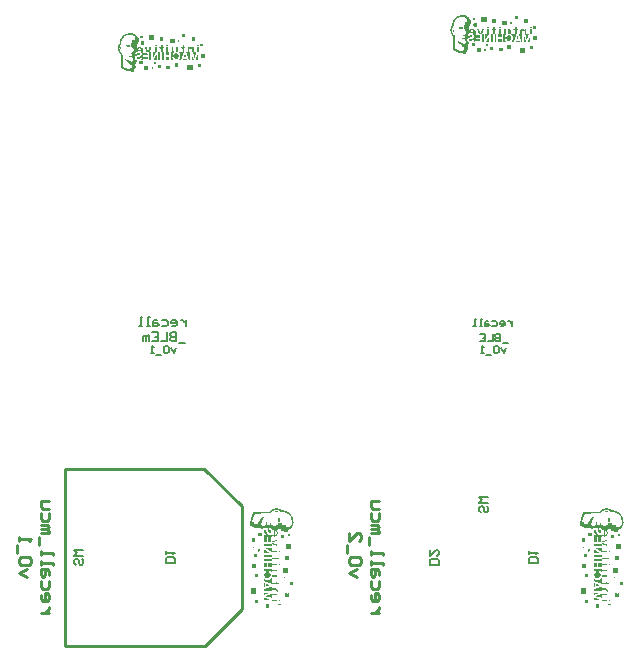
<source format=gbo>
G04 Layer_Color=32896*
%FSLAX25Y25*%
%MOIN*%
G70*
G01*
G75*
%ADD23C,0.00600*%
%ADD24C,0.01000*%
%ADD55C,0.00500*%
G36*
X183324Y260694D02*
X183939D01*
Y260606D01*
X184115Y260606D01*
Y260518D01*
X184202D01*
Y260430D01*
X184378D01*
Y260343D01*
X184466D01*
X184466Y260255D01*
X184641Y260255D01*
Y260167D01*
X184729D01*
X184729Y260079D01*
X184905D01*
Y259991D01*
X184993D01*
Y259904D01*
X185168D01*
Y259816D01*
X185256D01*
Y259377D01*
X185431D01*
X185431Y259289D01*
X185431Y259201D01*
Y259026D01*
X185783D01*
Y257884D01*
X185519Y257884D01*
Y257094D01*
X185256D01*
Y255865D01*
X185431D01*
Y255953D01*
X185519D01*
Y256041D01*
X185695Y256041D01*
Y256128D01*
X186573D01*
Y256041D01*
X186748D01*
Y255953D01*
X186836D01*
Y255865D01*
X187012D01*
Y255777D01*
X187100D01*
X187100Y255689D01*
X187100Y255602D01*
X187187D01*
Y255426D01*
X187275Y255426D01*
Y255075D01*
X187275Y254987D01*
X187275Y254899D01*
Y254636D01*
X187187D01*
Y254460D01*
X187275D01*
Y254197D01*
X187275Y254109D01*
X187275Y254021D01*
X188680D01*
Y253934D01*
X188768D01*
Y253407D01*
X188680Y253407D01*
Y253319D01*
X187363D01*
Y252880D01*
X188768D01*
Y252178D01*
X187275Y252178D01*
Y252090D01*
X187187D01*
Y251914D01*
X186748D01*
Y252090D01*
X186836D01*
Y252266D01*
X186924D01*
X186924Y252353D01*
Y252529D01*
X186836D01*
Y252617D01*
X186397D01*
Y252529D01*
X186309D01*
Y252353D01*
X186222D01*
X186222Y252266D01*
Y252178D01*
X186046Y252178D01*
Y252090D01*
X185344D01*
Y252178D01*
X185168Y252178D01*
Y252617D01*
X185256D01*
Y252704D01*
X185431Y252704D01*
Y252792D01*
X185783D01*
Y252880D01*
X186134D01*
Y252968D01*
X186309D01*
Y253056D01*
X186485D01*
Y253143D01*
X186661D01*
Y253231D01*
X186748D01*
Y253407D01*
X186836Y253407D01*
Y254021D01*
X186748D01*
Y254197D01*
X186661D01*
Y254285D01*
X186573Y254285D01*
Y254373D01*
X186485D01*
Y254548D01*
X186573D01*
X186573Y254636D01*
X186573Y254724D01*
X186661D01*
Y254899D01*
X185256D01*
Y254636D01*
X185695D01*
X185695Y254548D01*
X185695Y254460D01*
X185080D01*
Y254373D01*
X184905D01*
Y254285D01*
X184817D01*
Y254197D01*
X184729D01*
Y254021D01*
X184641D01*
Y253670D01*
X185256Y253670D01*
Y253934D01*
X185344D01*
X185344Y254021D01*
X185431D01*
Y253934D01*
X185519Y253934D01*
Y254021D01*
X185519Y254109D01*
X186046D01*
Y254021D01*
X186134D01*
Y253934D01*
X186222Y253934D01*
Y253582D01*
X186134D01*
Y253495D01*
X185870D01*
Y253407D01*
X185519Y253407D01*
Y253319D01*
X185168D01*
Y253231D01*
X184993D01*
X184993Y253143D01*
X184729D01*
X184729Y253056D01*
Y252968D01*
X184641D01*
Y252792D01*
X184554Y252792D01*
Y252353D01*
X184554Y252266D01*
X184554Y252178D01*
X184641Y252178D01*
Y252002D01*
X184729D01*
Y251914D01*
X185168D01*
Y251124D01*
X185080D01*
X185080Y251036D01*
X184817D01*
Y250597D01*
X184729D01*
X184729Y250510D01*
X184729Y250422D01*
X184729Y250334D01*
X184729Y250246D01*
Y250158D01*
X184729Y250071D01*
X184729Y249983D01*
Y249895D01*
X184817D01*
Y249807D01*
X184905D01*
Y249720D01*
X184817D01*
Y249017D01*
X184466D01*
Y248842D01*
X184378Y248842D01*
Y248578D01*
X184202D01*
Y248490D01*
X184290D01*
Y248403D01*
X184202D01*
X184202Y248315D01*
Y248139D01*
X184115D01*
Y247964D01*
X183149Y247964D01*
Y248051D01*
X182534D01*
Y248139D01*
X182095D01*
Y248227D01*
X181744D01*
X181744Y248315D01*
X181481D01*
X181481Y248403D01*
X181217D01*
Y248490D01*
X181042D01*
Y248578D01*
X180778Y248578D01*
Y248666D01*
X180603D01*
X180603Y248754D01*
X180427D01*
Y248842D01*
X180252Y248842D01*
Y248929D01*
X180164D01*
Y249017D01*
X179988D01*
Y249105D01*
X179901D01*
Y253407D01*
X179813D01*
Y253758D01*
X179725D01*
X179725Y253846D01*
X179549D01*
Y253934D01*
X179462D01*
Y254109D01*
X179374D01*
X179374Y254197D01*
X179286D01*
Y254373D01*
X179198D01*
Y254548D01*
X179110D01*
Y254724D01*
X179023D01*
Y254987D01*
X178935D01*
Y255426D01*
X178847D01*
Y256128D01*
X178935D01*
Y256480D01*
X179023D01*
Y256567D01*
X179023Y256655D01*
X179023Y256743D01*
X179110D01*
Y256919D01*
X179198D01*
Y257094D01*
X179374D01*
X179374Y257182D01*
X179374Y257270D01*
X179462D01*
Y257797D01*
X179549D01*
Y258148D01*
X179637D01*
Y258411D01*
X179725Y258411D01*
Y258499D01*
X179725Y258587D01*
X179725Y258674D01*
X179813D01*
Y258850D01*
X179901D01*
Y259026D01*
X179988D01*
Y259201D01*
X180076D01*
Y259289D01*
X180164D01*
X180164Y259377D01*
X180164Y259465D01*
X180252D01*
Y259552D01*
X180339D01*
Y259640D01*
X180427D01*
Y259728D01*
X180515D01*
X180515Y259816D01*
X180603D01*
Y259904D01*
X180691D01*
Y259991D01*
X180778Y259991D01*
Y260079D01*
X180866D01*
X180866Y260167D01*
X181042D01*
X181042Y260255D01*
X181130D01*
X181130Y260343D01*
X181305D01*
Y260430D01*
X181569D01*
Y260518D01*
X181744D01*
Y260606D01*
X182183Y260606D01*
Y260694D01*
X182885D01*
Y260781D01*
X183324D01*
X183324Y260694D01*
D02*
G37*
G36*
X201410Y260255D02*
X201410Y260167D01*
X201410Y260079D01*
Y259465D01*
X200356Y259465D01*
X200356Y259552D01*
Y260079D01*
X200356Y260167D01*
X200356Y260255D01*
Y260518D01*
X201410D01*
Y260255D01*
D02*
G37*
G36*
X187012Y259816D02*
X187100D01*
X187100Y259728D01*
Y259113D01*
X187012Y259113D01*
Y259026D01*
X186309D01*
Y259904D01*
X187012D01*
Y259816D01*
D02*
G37*
G36*
X190875Y259991D02*
X190962D01*
Y258411D01*
X190875Y258411D01*
Y258323D01*
X189294D01*
Y258411D01*
X189207D01*
Y259991D01*
X189294D01*
X189294Y260079D01*
X190875D01*
Y259991D01*
D02*
G37*
G36*
X204746Y258148D02*
X203605D01*
Y258235D01*
X203517D01*
Y259377D01*
X204746D01*
Y258148D01*
D02*
G37*
G36*
X194035D02*
X192806D01*
Y259377D01*
X194035D01*
Y258148D01*
D02*
G37*
G36*
X199391Y257709D02*
X198776D01*
X198776Y257797D01*
Y258323D01*
X199391D01*
Y257709D01*
D02*
G37*
G36*
X197810Y258850D02*
Y258148D01*
X197810Y258060D01*
X197810Y257972D01*
Y257533D01*
X197722D01*
X197722Y257445D01*
X196318D01*
Y257533D01*
X196230D01*
Y257972D01*
X196230Y258060D01*
X196230Y258148D01*
Y258850D01*
X196230Y258938D01*
X197810D01*
X197810Y258850D01*
D02*
G37*
G36*
X187626Y257972D02*
X187714D01*
Y257006D01*
X187626D01*
Y256919D01*
X186661D01*
Y257006D01*
X186573D01*
X186573Y257094D01*
X186573Y257182D01*
Y257445D01*
X186573Y257533D01*
X186573Y257621D01*
X186573Y257709D01*
X186573Y257797D01*
Y257972D01*
X186661D01*
Y258060D01*
X187626D01*
Y257972D01*
D02*
G37*
G36*
X205975Y256392D02*
X205361Y256392D01*
Y256831D01*
X205975D01*
Y256392D01*
D02*
G37*
G36*
X195703Y256392D02*
X195001Y256392D01*
Y256655D01*
X195001Y256743D01*
X195001Y256831D01*
X195703D01*
Y256392D01*
D02*
G37*
G36*
X191928Y256392D02*
X191226D01*
Y256831D01*
X191928D01*
Y256392D01*
D02*
G37*
G36*
X207292Y256304D02*
X206414D01*
X206414Y256392D01*
X206414Y256480D01*
Y256567D01*
X206414Y256655D01*
X206414Y256743D01*
Y257006D01*
X206502D01*
Y257094D01*
X207292D01*
Y256304D01*
D02*
G37*
G36*
X203166Y256041D02*
X203429D01*
Y255953D01*
X203517D01*
Y255865D01*
X203605D01*
Y256041D01*
X204219D01*
Y254460D01*
X205097D01*
Y254373D01*
X205009D01*
Y254197D01*
X205009Y254109D01*
X204922D01*
Y253846D01*
X204834D01*
Y253582D01*
X204746D01*
Y253319D01*
X204658D01*
Y253231D01*
X204658Y253143D01*
X204658Y253056D01*
X204570D01*
Y252792D01*
X204483D01*
Y252617D01*
X204395D01*
Y252704D01*
X204307D01*
X204307Y252792D01*
Y252968D01*
X204219D01*
Y253319D01*
X204131D01*
Y253758D01*
X204044D01*
Y253846D01*
X203956D01*
Y254021D01*
X203956Y254109D01*
X203868D01*
Y254373D01*
X203780D01*
X203780Y254460D01*
X203605D01*
X203605Y254548D01*
Y255251D01*
X203605Y255338D01*
X203517D01*
Y255426D01*
X203429D01*
X203429Y255514D01*
X203429Y255602D01*
X202902D01*
Y255514D01*
X202815D01*
X202815Y255426D01*
X202815Y255338D01*
X202727D01*
X202727Y255251D01*
Y254724D01*
X202727Y254636D01*
X202727Y254548D01*
X202727Y254460D01*
X202902D01*
Y251914D01*
X202551D01*
Y252090D01*
X202463D01*
Y252266D01*
X202376D01*
Y252529D01*
X202288D01*
Y252704D01*
X202200Y252704D01*
X202200Y252792D01*
X202200Y252880D01*
Y252968D01*
X202112D01*
Y253231D01*
X202024D01*
Y253407D01*
X201937D01*
Y253670D01*
X201849Y253670D01*
X201849Y253758D01*
X201849Y253846D01*
X201761D01*
Y254021D01*
X201761Y254109D01*
X201673D01*
Y254373D01*
X201585D01*
X201585Y254460D01*
X202112D01*
Y255689D01*
X202200D01*
X202200Y255777D01*
X202200Y255865D01*
X202288D01*
Y255953D01*
X202376D01*
Y256041D01*
X202639Y256041D01*
Y256128D01*
X203166D01*
Y256041D01*
D02*
G37*
G36*
X190085Y255865D02*
X189909D01*
X189909Y255777D01*
X189997Y255777D01*
Y255689D01*
X189909D01*
X189909Y255602D01*
Y255426D01*
X189821Y255426D01*
X189821Y255338D01*
X189821Y255251D01*
Y255163D01*
X189733D01*
Y254987D01*
X189646D01*
Y254724D01*
X189558D01*
X189558Y254636D01*
X189558Y254548D01*
X189558Y254460D01*
X189997Y254460D01*
Y251914D01*
X189382D01*
Y253670D01*
X189382Y253758D01*
X189382Y253846D01*
Y254373D01*
X189382Y254460D01*
X188504Y254460D01*
Y254548D01*
X188329D01*
Y254724D01*
X188329Y254812D01*
X188241D01*
Y255075D01*
X188153D01*
Y255338D01*
X188065D01*
X188065Y255426D01*
X188065Y255514D01*
X188065Y255602D01*
X187977D01*
Y255777D01*
X187890D01*
Y256041D01*
X188504D01*
Y255865D01*
X188592D01*
X188592Y255777D01*
X188592Y255689D01*
X188592Y255602D01*
X188680D01*
X188680Y255514D01*
X188680Y255426D01*
X188680Y255338D01*
X188680Y255251D01*
Y255163D01*
X188768D01*
Y255075D01*
X188855D01*
Y254812D01*
X188943D01*
Y254724D01*
X189031D01*
X189031Y254812D01*
X189031Y254899D01*
X189031Y254987D01*
X189031Y255075D01*
X189119D01*
Y255163D01*
X189207D01*
Y255251D01*
X189119D01*
Y255338D01*
X189207D01*
Y255602D01*
X189294D01*
X189294Y255689D01*
X189294Y255777D01*
X189294Y255865D01*
X189382D01*
Y256041D01*
X190085D01*
Y255865D01*
D02*
G37*
G36*
X205975Y254460D02*
X205273D01*
Y254548D01*
X205361D01*
Y255251D01*
X205361Y255338D01*
X205361Y255426D01*
Y256041D01*
X205975D01*
Y254460D01*
D02*
G37*
G36*
X198864Y256041D02*
Y255953D01*
X198952D01*
Y254636D01*
X198864D01*
Y254460D01*
X198161D01*
Y254548D01*
X198249D01*
Y254724D01*
X198249Y254812D01*
X198249Y254899D01*
X198249Y254987D01*
X198249Y255075D01*
Y255602D01*
X198249Y255689D01*
X198249Y255777D01*
X198249Y255865D01*
X198249Y255953D01*
Y256041D01*
X198864Y256041D01*
D02*
G37*
G36*
X72499Y254711D02*
X73113D01*
Y254624D01*
X73289Y254623D01*
Y254536D01*
X73377D01*
Y254448D01*
X73552D01*
Y254360D01*
X73640D01*
X73640Y254272D01*
X73816Y254272D01*
Y254185D01*
X73903D01*
X73903Y254097D01*
X74079D01*
Y254009D01*
X74167D01*
Y253921D01*
X74342D01*
Y253833D01*
X74430D01*
Y253394D01*
X74606D01*
X74606Y253307D01*
X74606Y253219D01*
Y253043D01*
X74957D01*
Y251902D01*
X74693Y251902D01*
Y251112D01*
X74430D01*
Y249883D01*
X74606D01*
Y249970D01*
X74693D01*
Y250058D01*
X74869Y250058D01*
Y250146D01*
X75747D01*
Y250058D01*
X75923D01*
Y249970D01*
X76010D01*
Y249883D01*
X76186D01*
Y249795D01*
X76274D01*
X76274Y249707D01*
X76274Y249619D01*
X76362D01*
Y249444D01*
X76449Y249444D01*
Y249093D01*
X76449Y249005D01*
X76449Y248917D01*
Y248654D01*
X76362D01*
Y248478D01*
X76449D01*
Y248215D01*
X76449Y248127D01*
X76449Y248039D01*
X77854D01*
Y247951D01*
X77942D01*
Y247424D01*
X77854Y247424D01*
Y247337D01*
X76537D01*
Y246898D01*
X77942D01*
Y246195D01*
X76449Y246195D01*
Y246108D01*
X76362D01*
Y245932D01*
X75923D01*
Y246108D01*
X76010D01*
Y246283D01*
X76098D01*
X76098Y246371D01*
Y246547D01*
X76010D01*
Y246634D01*
X75571D01*
Y246547D01*
X75484D01*
Y246371D01*
X75396D01*
X75396Y246283D01*
Y246195D01*
X75220Y246195D01*
Y246108D01*
X74518D01*
Y246195D01*
X74342Y246195D01*
Y246634D01*
X74430D01*
Y246722D01*
X74606Y246722D01*
Y246810D01*
X74957D01*
Y246898D01*
X75308D01*
Y246985D01*
X75484D01*
Y247073D01*
X75659D01*
Y247161D01*
X75835D01*
Y247249D01*
X75923D01*
Y247424D01*
X76010Y247424D01*
Y248039D01*
X75923D01*
Y248215D01*
X75835D01*
Y248302D01*
X75747Y248302D01*
Y248390D01*
X75659D01*
Y248566D01*
X75747D01*
X75747Y248654D01*
X75747Y248741D01*
X75835D01*
Y248917D01*
X74430D01*
Y248654D01*
X74869D01*
X74869Y248566D01*
X74869Y248478D01*
X74255D01*
Y248390D01*
X74079D01*
Y248302D01*
X73991D01*
Y248215D01*
X73903D01*
Y248039D01*
X73816D01*
Y247688D01*
X74430Y247688D01*
Y247951D01*
X74518D01*
X74518Y248039D01*
X74606D01*
Y247951D01*
X74693Y247951D01*
Y248039D01*
X74693Y248127D01*
X75220D01*
Y248039D01*
X75308D01*
Y247951D01*
X75396Y247951D01*
Y247600D01*
X75308D01*
Y247512D01*
X75045D01*
Y247424D01*
X74693Y247424D01*
Y247337D01*
X74342D01*
Y247249D01*
X74167D01*
X74167Y247161D01*
X73903D01*
X73903Y247073D01*
Y246985D01*
X73816D01*
Y246810D01*
X73728Y246810D01*
Y246371D01*
X73728Y246283D01*
X73728Y246195D01*
X73816Y246195D01*
Y246020D01*
X73903D01*
Y245932D01*
X74342D01*
Y245142D01*
X74255D01*
X74255Y245054D01*
X73991D01*
Y244615D01*
X73903D01*
X73903Y244527D01*
X73903Y244439D01*
X73903Y244352D01*
X73903Y244264D01*
Y244176D01*
X73903Y244088D01*
X73903Y244001D01*
Y243913D01*
X73991D01*
Y243825D01*
X74079D01*
Y243737D01*
X73991D01*
Y243035D01*
X73640D01*
Y242859D01*
X73552Y242859D01*
Y242596D01*
X73377D01*
Y242508D01*
X73464D01*
Y242420D01*
X73377D01*
X73377Y242332D01*
Y242157D01*
X73289D01*
Y241981D01*
X72323Y241981D01*
Y242069D01*
X71709D01*
Y242157D01*
X71270D01*
Y242245D01*
X70918D01*
X70918Y242332D01*
X70655D01*
X70655Y242420D01*
X70392D01*
Y242508D01*
X70216D01*
Y242596D01*
X69953Y242596D01*
Y242684D01*
X69777D01*
X69777Y242771D01*
X69601D01*
Y242859D01*
X69426Y242859D01*
Y242947D01*
X69338D01*
Y243035D01*
X69162D01*
Y243123D01*
X69075D01*
Y247424D01*
X68987D01*
Y247776D01*
X68899D01*
X68899Y247863D01*
X68723D01*
Y247951D01*
X68636D01*
Y248127D01*
X68548D01*
X68548Y248215D01*
X68460D01*
Y248390D01*
X68372D01*
Y248566D01*
X68285D01*
Y248741D01*
X68197D01*
Y249005D01*
X68109D01*
Y249444D01*
X68021D01*
Y250146D01*
X68109D01*
Y250497D01*
X68197D01*
Y250585D01*
X68197Y250673D01*
X68197Y250761D01*
X68285D01*
Y250936D01*
X68372D01*
Y251112D01*
X68548D01*
X68548Y251200D01*
X68548Y251287D01*
X68636D01*
Y251814D01*
X68723D01*
Y252165D01*
X68811D01*
Y252429D01*
X68899Y252429D01*
Y252516D01*
X68899Y252604D01*
X68899Y252692D01*
X68987D01*
Y252868D01*
X69075D01*
Y253043D01*
X69162D01*
Y253219D01*
X69250D01*
Y253307D01*
X69338D01*
X69338Y253394D01*
X69338Y253482D01*
X69426D01*
Y253570D01*
X69514D01*
Y253658D01*
X69601D01*
Y253746D01*
X69689D01*
X69689Y253833D01*
X69777D01*
Y253921D01*
X69865D01*
Y254009D01*
X69953Y254009D01*
Y254097D01*
X70040D01*
X70040Y254185D01*
X70216D01*
X70216Y254272D01*
X70304D01*
X70304Y254360D01*
X70479D01*
Y254448D01*
X70743D01*
Y254536D01*
X70918D01*
Y254623D01*
X71357Y254624D01*
Y254711D01*
X72060D01*
Y254799D01*
X72499D01*
X72499Y254711D01*
D02*
G37*
G36*
X191928Y255953D02*
X191928Y255865D01*
X191928Y255777D01*
X191928Y255689D01*
X191928Y255602D01*
Y255075D01*
X191928Y254987D01*
X191928Y254899D01*
X191928Y254812D01*
X191928Y254724D01*
Y254460D01*
X191753D01*
X191753Y254373D01*
X191665D01*
Y254285D01*
X191577Y254285D01*
Y254109D01*
X191489D01*
Y254021D01*
X191401D01*
Y253846D01*
X191314D01*
Y253670D01*
X191226Y253670D01*
Y253582D01*
X191138D01*
Y253407D01*
X191050D01*
Y253319D01*
X190962D01*
Y253143D01*
X190875Y253143D01*
Y252968D01*
X190787D01*
Y252880D01*
X190699D01*
Y252704D01*
X190523Y252704D01*
X190523Y252792D01*
Y253056D01*
X190523Y253143D01*
X190523Y253231D01*
Y253319D01*
X190523Y253407D01*
X190523Y253495D01*
X190523Y253582D01*
X190523Y253670D01*
X190523Y253758D01*
X190523Y253846D01*
Y254197D01*
X190523Y254285D01*
X190523Y254373D01*
X190523Y254460D01*
X191226D01*
Y256041D01*
X191928D01*
Y255953D01*
D02*
G37*
G36*
X90584Y254272D02*
X90584Y254185D01*
X90584Y254097D01*
Y253482D01*
X89530Y253482D01*
X89530Y253570D01*
Y254097D01*
X89530Y254185D01*
X89530Y254272D01*
Y254536D01*
X90584D01*
Y254272D01*
D02*
G37*
G36*
X205448Y251914D02*
X204834Y251914D01*
Y252178D01*
X204922Y252178D01*
X204922Y252266D01*
X204922Y252353D01*
X204922Y252441D01*
X205009D01*
Y252704D01*
X205097D01*
Y252968D01*
X205185D01*
X205185Y253056D01*
X205185Y253143D01*
X205185Y253231D01*
X205273D01*
Y253407D01*
X205361Y253407D01*
Y253495D01*
X205448D01*
Y251914D01*
D02*
G37*
G36*
X195703Y256041D02*
Y255426D01*
X195703Y255338D01*
X195703Y255251D01*
Y254460D01*
X195967Y254460D01*
Y253407D01*
X194825Y253407D01*
Y254460D01*
X195001Y254460D01*
Y254724D01*
X195001Y254812D01*
X195001Y254899D01*
X195001Y254987D01*
X195001Y255075D01*
X195001Y255163D01*
X195001Y255251D01*
Y255338D01*
X195001Y255426D01*
X195001Y255514D01*
Y255602D01*
X195001Y255689D01*
X195001Y255777D01*
X195001Y255865D01*
X195001Y255953D01*
Y256041D01*
X195703Y256041D01*
D02*
G37*
G36*
X191840Y251914D02*
X190787D01*
X190787Y252002D01*
Y252090D01*
X190875D01*
Y252178D01*
X190962D01*
Y252353D01*
X191138D01*
Y252617D01*
X191226D01*
Y252704D01*
X191314D01*
Y252880D01*
X191401D01*
Y253056D01*
X191489Y253056D01*
Y253143D01*
X191577Y253143D01*
Y253319D01*
X191665D01*
Y253407D01*
X191753Y253407D01*
Y253495D01*
X191840D01*
Y251914D01*
D02*
G37*
G36*
X76186Y253833D02*
X76274D01*
X76274Y253746D01*
Y253131D01*
X76186Y253131D01*
Y253043D01*
X75484D01*
Y253921D01*
X76186D01*
Y253833D01*
D02*
G37*
G36*
X201322Y253582D02*
Y253495D01*
X201410D01*
Y253319D01*
X201498D01*
Y253056D01*
X201585D01*
Y252792D01*
X201585Y252704D01*
X200971D01*
X200971Y252792D01*
X200883Y252792D01*
Y252880D01*
X200971D01*
Y253056D01*
X200971Y253143D01*
X201059D01*
X201059Y253231D01*
X201059Y253319D01*
Y253407D01*
X201146D01*
Y253670D01*
X201322D01*
X201322Y253582D01*
D02*
G37*
G36*
X207907Y253319D02*
X207907Y253231D01*
X207907Y253143D01*
Y252441D01*
X206590D01*
Y253670D01*
X206677D01*
X206677Y253758D01*
X207907D01*
Y253319D01*
D02*
G37*
G36*
X80049Y254009D02*
X80137D01*
Y252429D01*
X80049Y252429D01*
Y252341D01*
X78469D01*
Y252429D01*
X78381D01*
Y254009D01*
X78469D01*
X78469Y254097D01*
X80049D01*
Y254009D01*
D02*
G37*
G36*
X197371Y255953D02*
X197371Y255865D01*
X197371Y255777D01*
X197371Y255689D01*
X197371Y255602D01*
Y255514D01*
X197371Y255426D01*
X197371Y255338D01*
Y255075D01*
X197371Y254987D01*
X197371Y254899D01*
X197371Y254812D01*
X197459D01*
Y254724D01*
X197459Y254636D01*
X197459Y254548D01*
X197547D01*
Y254460D01*
X197635D01*
Y254373D01*
X197547D01*
Y254285D01*
X197371D01*
Y254197D01*
X197371Y254109D01*
X197283D01*
Y254021D01*
X197196D01*
Y253846D01*
X197108D01*
Y253582D01*
X197722D01*
X197722Y253670D01*
X197722Y253758D01*
X197810D01*
Y253846D01*
X197898D01*
Y253934D01*
X197986D01*
X197986Y254021D01*
X198688D01*
Y253934D01*
X198776Y253934D01*
Y253846D01*
X198864D01*
Y253758D01*
X198952D01*
Y253670D01*
X199039D01*
Y253319D01*
X199127D01*
X199127Y253231D01*
X199127Y253143D01*
Y252792D01*
X199039Y252792D01*
Y252529D01*
X198952D01*
Y252353D01*
X198864D01*
Y252266D01*
X198688D01*
Y252178D01*
X198513Y252178D01*
Y252090D01*
X198074D01*
Y252178D01*
X197898D01*
X197898Y252266D01*
X197810D01*
Y252353D01*
X197722Y252353D01*
X197722Y252441D01*
X197722Y252529D01*
Y252617D01*
X197635D01*
Y252704D01*
X197020Y252704D01*
Y252617D01*
X197108D01*
Y252441D01*
X197108Y252353D01*
X197196D01*
Y252178D01*
X197283D01*
Y252002D01*
X197371D01*
X197371Y251914D01*
X196581D01*
Y252178D01*
X196581Y252266D01*
X196581Y252353D01*
Y253670D01*
X196581Y253758D01*
X196581Y253846D01*
Y254373D01*
X196581Y254460D01*
X196757D01*
X196757Y254548D01*
X196757Y254636D01*
X196757Y254724D01*
Y255251D01*
X196757Y255338D01*
X196757Y255426D01*
X196757Y255514D01*
X196757Y255602D01*
Y255689D01*
X196757Y255777D01*
X196757Y255865D01*
Y256041D01*
X197371Y256041D01*
Y255953D01*
D02*
G37*
G36*
X93920Y252165D02*
X92779D01*
Y252253D01*
X92691D01*
Y253394D01*
X93920D01*
Y252165D01*
D02*
G37*
G36*
X83209D02*
X81980D01*
Y253394D01*
X83209D01*
Y252165D01*
D02*
G37*
G36*
X201059Y256041D02*
X201410Y256041D01*
Y255689D01*
X201059D01*
X201059Y255602D01*
Y255075D01*
X201059Y254987D01*
X201059Y254899D01*
X201059Y254812D01*
X201059Y254724D01*
Y254460D01*
X200883D01*
Y254285D01*
X200795D01*
Y254197D01*
X200707D01*
Y254109D01*
X200795D01*
Y254021D01*
X200707D01*
Y253846D01*
X200620D01*
Y253495D01*
X200532D01*
Y253231D01*
X200444D01*
Y253056D01*
X200356D01*
Y252792D01*
X200269D01*
Y252529D01*
X200181D01*
Y252441D01*
X200181Y252353D01*
X200093D01*
Y252090D01*
X200005D01*
Y251914D01*
X199303D01*
Y252002D01*
X199391D01*
Y252090D01*
X199478D01*
Y252178D01*
X199478Y252266D01*
X199566D01*
Y252441D01*
X199654Y252441D01*
Y252704D01*
X199742Y252704D01*
Y253407D01*
X199654Y253407D01*
Y253758D01*
X199566Y253758D01*
Y253934D01*
X199478D01*
Y254021D01*
X199391D01*
Y254109D01*
X199303D01*
X199303Y254197D01*
X199215D01*
X199215Y254285D01*
X199127D01*
Y254373D01*
X199039D01*
Y254460D01*
X200356D01*
X200356Y254548D01*
X200444D01*
Y255602D01*
X200356D01*
Y255689D01*
X199917D01*
Y256041D01*
X200356D01*
Y256128D01*
X200444D01*
Y256655D01*
X201059D01*
Y256041D01*
D02*
G37*
G36*
X203605Y253231D02*
X203692D01*
Y252968D01*
X203780D01*
Y252704D01*
X203868Y252704D01*
Y252529D01*
X203956D01*
Y252441D01*
X203956Y252353D01*
X203956Y252266D01*
X204044D01*
Y252002D01*
X204131D01*
Y251914D01*
X203517Y251914D01*
Y252002D01*
X203429D01*
Y252178D01*
X203429Y252266D01*
X203429Y252353D01*
Y252617D01*
X203429Y252704D01*
X203429Y252792D01*
Y253056D01*
X203429Y253143D01*
X203429Y253231D01*
Y253407D01*
X203517Y253407D01*
Y253495D01*
X203605D01*
Y253231D01*
D02*
G37*
G36*
X201849Y252178D02*
Y252090D01*
X201937D01*
Y252002D01*
X201937Y251914D01*
X200620D01*
Y252178D01*
X200707D01*
X200708Y252266D01*
X201849D01*
X201849Y252178D01*
D02*
G37*
G36*
X195967Y251914D02*
X194825D01*
Y252880D01*
X195967D01*
Y251914D01*
D02*
G37*
G36*
X193772Y256567D02*
Y256480D01*
X193772Y256392D01*
X193772Y256304D01*
X193772Y256216D01*
X193772Y256128D01*
Y256041D01*
X194211D01*
Y255689D01*
X193860D01*
X193860Y255602D01*
X193772D01*
X193772Y255514D01*
X193772Y255426D01*
X193772Y255338D01*
X193772Y255251D01*
Y254724D01*
X193772Y254636D01*
X193772Y254548D01*
X193772Y254460D01*
X194123D01*
Y254373D01*
X194211D01*
Y252002D01*
X194123D01*
X194123Y251914D01*
X193596D01*
Y254460D01*
X193157D01*
Y254724D01*
X193157Y254812D01*
X193157Y254899D01*
X193157Y254987D01*
X193157Y255075D01*
X193157Y255163D01*
X193157Y255251D01*
Y255338D01*
X193157Y255426D01*
X193157Y255514D01*
Y255602D01*
X193070D01*
Y255689D01*
X192718D01*
Y256041D01*
X193157Y256041D01*
Y256216D01*
X193157Y256304D01*
X193157Y256392D01*
Y256655D01*
X193772D01*
X193772Y256567D01*
D02*
G37*
G36*
X192982Y254197D02*
X192982Y254109D01*
X192982Y254021D01*
Y253319D01*
X192982Y253231D01*
X192982Y253143D01*
Y251914D01*
X192367Y251914D01*
Y254460D01*
X192982D01*
Y254197D01*
D02*
G37*
G36*
X88565Y251726D02*
X87950D01*
X87950Y251814D01*
Y252341D01*
X88565D01*
Y251726D01*
D02*
G37*
G36*
X86984Y252868D02*
Y252165D01*
X86984Y252077D01*
X86984Y251990D01*
Y251551D01*
X86897D01*
X86897Y251463D01*
X85492D01*
Y251551D01*
X85404D01*
Y251990D01*
X85404Y252077D01*
X85404Y252165D01*
Y252868D01*
X85404Y252955D01*
X86984D01*
X86984Y252868D01*
D02*
G37*
G36*
X76801Y251990D02*
X76888D01*
Y251024D01*
X76801D01*
Y250936D01*
X75835D01*
Y251024D01*
X75747D01*
X75747Y251112D01*
X75747Y251200D01*
Y251463D01*
X75747Y251551D01*
X75747Y251639D01*
X75747Y251726D01*
X75747Y251814D01*
Y251990D01*
X75835D01*
Y252077D01*
X76801D01*
Y251990D01*
D02*
G37*
G36*
X187100Y251124D02*
X187100Y251036D01*
X187100Y250949D01*
X187100Y250861D01*
X187100Y250773D01*
Y250422D01*
X186046D01*
X186046Y250510D01*
X186046Y250597D01*
Y251300D01*
X186046Y251388D01*
X186046Y251475D01*
X187100D01*
Y251124D01*
D02*
G37*
G36*
X95149Y250409D02*
X94535Y250409D01*
Y250848D01*
X95149D01*
Y250409D01*
D02*
G37*
G36*
X84877Y250409D02*
X84175Y250409D01*
Y250673D01*
X84175Y250761D01*
X84175Y250848D01*
X84877D01*
Y250409D01*
D02*
G37*
G36*
X81102Y250409D02*
X80400D01*
Y250848D01*
X81102D01*
Y250409D01*
D02*
G37*
G36*
X191577Y250597D02*
X191577Y250510D01*
X191577Y250422D01*
X191489D01*
Y250334D01*
X190787D01*
Y250773D01*
X190787Y250861D01*
X190787Y250949D01*
X190787Y251036D01*
X190787Y251124D01*
X191577D01*
Y250597D01*
D02*
G37*
G36*
X96466Y250322D02*
X95588D01*
X95588Y250409D01*
X95588Y250497D01*
Y250585D01*
X95588Y250673D01*
X95588Y250761D01*
Y251024D01*
X95676D01*
Y251112D01*
X96466D01*
Y250322D01*
D02*
G37*
G36*
X92340Y250058D02*
X92603D01*
Y249970D01*
X92691D01*
Y249883D01*
X92779D01*
Y250058D01*
X93393D01*
Y248478D01*
X94271D01*
Y248390D01*
X94183D01*
Y248215D01*
X94183Y248127D01*
X94096D01*
Y247863D01*
X94008D01*
Y247600D01*
X93920D01*
Y247337D01*
X93832D01*
Y247249D01*
X93832Y247161D01*
X93832Y247073D01*
X93745D01*
Y246810D01*
X93657D01*
Y246634D01*
X93569D01*
Y246722D01*
X93481D01*
X93481Y246810D01*
Y246985D01*
X93393D01*
Y247337D01*
X93306D01*
Y247776D01*
X93218D01*
Y247863D01*
X93130D01*
Y248039D01*
X93130Y248127D01*
X93042D01*
Y248390D01*
X92954D01*
X92954Y248478D01*
X92779D01*
X92779Y248566D01*
Y249268D01*
X92779Y249356D01*
X92691D01*
Y249444D01*
X92603D01*
X92603Y249531D01*
X92603Y249619D01*
X92076D01*
Y249531D01*
X91989D01*
X91989Y249444D01*
X91989Y249356D01*
X91901D01*
X91901Y249268D01*
Y248741D01*
X91901Y248654D01*
X91901Y248566D01*
X91901Y248478D01*
X92076D01*
Y245932D01*
X91725D01*
Y246108D01*
X91637D01*
Y246283D01*
X91550D01*
Y246547D01*
X91462D01*
Y246722D01*
X91374Y246722D01*
X91374Y246810D01*
X91374Y246898D01*
Y246985D01*
X91286D01*
Y247249D01*
X91199D01*
Y247424D01*
X91111D01*
Y247688D01*
X91023Y247688D01*
X91023Y247776D01*
X91023Y247863D01*
X90935D01*
Y248039D01*
X90935Y248127D01*
X90847D01*
Y248390D01*
X90760D01*
X90760Y248478D01*
X91286D01*
Y249707D01*
X91374D01*
X91374Y249795D01*
X91374Y249883D01*
X91462D01*
Y249970D01*
X91550D01*
Y250058D01*
X91813Y250058D01*
Y250146D01*
X92340D01*
Y250058D01*
D02*
G37*
G36*
X198952Y250597D02*
X199039D01*
Y249544D01*
X198864D01*
Y249456D01*
X197898Y249456D01*
Y249544D01*
X197810D01*
Y250071D01*
X197810Y250158D01*
X197810Y250246D01*
Y250685D01*
X198952D01*
Y250597D01*
D02*
G37*
G36*
X206590Y249456D02*
X206502D01*
Y249368D01*
X205536D01*
Y249456D01*
X205448Y249456D01*
Y250422D01*
X206590D01*
Y249456D01*
D02*
G37*
G36*
X193157Y249983D02*
X193157Y249895D01*
Y249368D01*
X193157Y249281D01*
X193157Y249193D01*
X193157Y249105D01*
X192279D01*
X192279Y249193D01*
X192192D01*
Y250071D01*
X193157D01*
X193157Y249983D01*
D02*
G37*
G36*
X190699Y248842D02*
X190172Y248842D01*
Y249017D01*
X190172Y249105D01*
X190172Y249193D01*
X190172Y249281D01*
X190172Y249368D01*
X190699D01*
Y248842D01*
D02*
G37*
G36*
X79259Y249883D02*
X79083D01*
X79083Y249795D01*
X79171Y249795D01*
Y249707D01*
X79083D01*
X79083Y249619D01*
Y249444D01*
X78995Y249444D01*
X78995Y249356D01*
X78995Y249268D01*
Y249180D01*
X78908D01*
Y249005D01*
X78820D01*
Y248741D01*
X78732D01*
X78732Y248654D01*
X78732Y248566D01*
X78732Y248478D01*
X79171Y248478D01*
Y245932D01*
X78556D01*
Y247688D01*
X78556Y247776D01*
X78556Y247863D01*
Y248390D01*
X78556Y248478D01*
X77678Y248478D01*
Y248566D01*
X77503D01*
Y248741D01*
X77503Y248829D01*
X77415D01*
Y249093D01*
X77327D01*
Y249356D01*
X77239D01*
X77239Y249444D01*
X77239Y249531D01*
X77239Y249619D01*
X77152D01*
Y249795D01*
X77064D01*
Y250058D01*
X77678D01*
Y249883D01*
X77766D01*
X77766Y249795D01*
X77766Y249707D01*
X77766Y249619D01*
X77854D01*
X77854Y249531D01*
X77854Y249444D01*
X77854Y249356D01*
X77854Y249268D01*
Y249180D01*
X77942D01*
Y249093D01*
X78030D01*
Y248829D01*
X78117D01*
Y248741D01*
X78205D01*
X78205Y248829D01*
X78205Y248917D01*
X78205Y249005D01*
X78205Y249093D01*
X78293D01*
Y249180D01*
X78381D01*
Y249268D01*
X78293D01*
Y249356D01*
X78381D01*
Y249619D01*
X78469D01*
X78469Y249707D01*
X78469Y249795D01*
X78469Y249883D01*
X78556D01*
Y250058D01*
X79259D01*
Y249883D01*
D02*
G37*
G36*
X196318Y248666D02*
X195001D01*
X195001Y248754D01*
Y249017D01*
X195001Y249105D01*
X195001Y249193D01*
X195001Y249281D01*
X195001Y249368D01*
Y249895D01*
X196318D01*
Y248666D01*
D02*
G37*
G36*
X188943Y249807D02*
X188943Y249720D01*
X188943Y249632D01*
X188943Y249544D01*
Y249281D01*
X188943Y249193D01*
X188943Y249105D01*
Y248842D01*
X188943Y248754D01*
X188943Y248666D01*
Y248490D01*
X187626D01*
Y249807D01*
X188943Y249807D01*
D02*
G37*
G36*
X95149Y248478D02*
X94447D01*
Y248566D01*
X94535D01*
Y249268D01*
X94535Y249356D01*
X94535Y249444D01*
Y250058D01*
X95149D01*
Y248478D01*
D02*
G37*
G36*
X88038Y250058D02*
Y249970D01*
X88126D01*
Y248654D01*
X88038D01*
Y248478D01*
X87336D01*
Y248566D01*
X87423D01*
Y248741D01*
X87423Y248829D01*
X87423Y248917D01*
X87423Y249005D01*
X87423Y249093D01*
Y249619D01*
X87423Y249707D01*
X87423Y249795D01*
X87423Y249883D01*
X87423Y249970D01*
Y250058D01*
X88038Y250058D01*
D02*
G37*
G36*
X203780Y249720D02*
X203780Y249632D01*
X203780Y249544D01*
Y248842D01*
X203780Y248754D01*
X203780Y248666D01*
Y248315D01*
X202024Y248315D01*
Y248403D01*
X201937D01*
X201937Y248490D01*
Y248578D01*
X201937Y248666D01*
X201937Y248754D01*
Y249017D01*
X201937Y249105D01*
X201937Y249193D01*
X201937Y249281D01*
X201937Y249368D01*
Y249895D01*
X202024D01*
Y249983D01*
X203780D01*
Y249720D01*
D02*
G37*
G36*
X81102Y249970D02*
X81102Y249883D01*
X81102Y249795D01*
X81102Y249707D01*
X81102Y249619D01*
Y249093D01*
X81102Y249005D01*
X81102Y248917D01*
X81102Y248829D01*
X81102Y248741D01*
Y248478D01*
X80927D01*
X80927Y248390D01*
X80839D01*
Y248302D01*
X80751Y248302D01*
Y248127D01*
X80663D01*
Y248039D01*
X80576D01*
Y247863D01*
X80488D01*
Y247688D01*
X80400Y247688D01*
Y247600D01*
X80312D01*
Y247424D01*
X80224D01*
Y247337D01*
X80137D01*
Y247161D01*
X80049Y247161D01*
Y246985D01*
X79961D01*
Y246898D01*
X79873D01*
Y246722D01*
X79698Y246722D01*
X79698Y246810D01*
Y247073D01*
X79698Y247161D01*
X79698Y247249D01*
Y247337D01*
X79698Y247424D01*
X79698Y247512D01*
X79698Y247600D01*
X79698Y247688D01*
X79698Y247776D01*
X79698Y247863D01*
Y248215D01*
X79698Y248302D01*
X79698Y248390D01*
X79698Y248478D01*
X80400D01*
Y250058D01*
X81102D01*
Y249970D01*
D02*
G37*
G36*
X94622Y245932D02*
X94008Y245932D01*
Y246195D01*
X94096Y246195D01*
X94096Y246283D01*
X94096Y246371D01*
X94096Y246459D01*
X94183D01*
Y246722D01*
X94271D01*
Y246985D01*
X94359D01*
X94359Y247073D01*
X94359Y247161D01*
X94359Y247249D01*
X94447D01*
Y247424D01*
X94535Y247424D01*
Y247512D01*
X94622D01*
Y245932D01*
D02*
G37*
G36*
X84877Y250058D02*
Y249444D01*
X84878Y249356D01*
X84877Y249268D01*
Y248478D01*
X85141Y248478D01*
Y247424D01*
X84000Y247424D01*
Y248478D01*
X84175Y248478D01*
Y248741D01*
X84175Y248829D01*
X84175Y248917D01*
X84175Y249005D01*
X84175Y249093D01*
X84175Y249180D01*
X84175Y249268D01*
Y249356D01*
X84175Y249444D01*
X84175Y249531D01*
Y249619D01*
X84175Y249707D01*
X84175Y249795D01*
X84175Y249883D01*
X84175Y249970D01*
Y250058D01*
X84877Y250058D01*
D02*
G37*
G36*
X81015Y245932D02*
X79961D01*
X79961Y246020D01*
Y246108D01*
X80049D01*
Y246195D01*
X80137D01*
Y246371D01*
X80312D01*
Y246634D01*
X80400D01*
Y246722D01*
X80488D01*
Y246898D01*
X80576D01*
Y247073D01*
X80663Y247073D01*
Y247161D01*
X80751Y247161D01*
Y247337D01*
X80839D01*
Y247424D01*
X80927Y247424D01*
Y247512D01*
X81015D01*
Y245932D01*
D02*
G37*
G36*
X90496Y247600D02*
Y247512D01*
X90584D01*
Y247337D01*
X90672D01*
Y247073D01*
X90760D01*
Y246810D01*
X90760Y246722D01*
X90145D01*
X90145Y246810D01*
X90057Y246810D01*
Y246898D01*
X90145D01*
Y247073D01*
X90145Y247161D01*
X90233D01*
X90233Y247249D01*
X90233Y247337D01*
Y247424D01*
X90321D01*
Y247688D01*
X90496D01*
X90496Y247600D01*
D02*
G37*
G36*
X97081Y247337D02*
X97081Y247249D01*
X97081Y247161D01*
Y246459D01*
X95764D01*
Y247688D01*
X95852D01*
X95852Y247776D01*
X97081D01*
Y247337D01*
D02*
G37*
G36*
X86545Y249970D02*
X86545Y249883D01*
X86545Y249795D01*
X86545Y249707D01*
X86545Y249619D01*
Y249531D01*
X86545Y249444D01*
X86545Y249356D01*
Y249093D01*
X86545Y249005D01*
X86545Y248917D01*
X86545Y248829D01*
X86633D01*
Y248741D01*
X86633Y248654D01*
X86633Y248566D01*
X86721D01*
Y248478D01*
X86809D01*
Y248390D01*
X86721D01*
Y248302D01*
X86545D01*
Y248215D01*
X86545Y248127D01*
X86458D01*
Y248039D01*
X86370D01*
Y247863D01*
X86282D01*
Y247600D01*
X86897D01*
X86897Y247688D01*
X86897Y247776D01*
X86984D01*
Y247863D01*
X87072D01*
Y247951D01*
X87160D01*
X87160Y248039D01*
X87862D01*
Y247951D01*
X87950Y247951D01*
Y247863D01*
X88038D01*
Y247776D01*
X88126D01*
Y247688D01*
X88214D01*
Y247337D01*
X88301D01*
X88301Y247249D01*
X88301Y247161D01*
Y246810D01*
X88214Y246810D01*
Y246547D01*
X88126D01*
Y246371D01*
X88038D01*
Y246283D01*
X87862D01*
Y246195D01*
X87687Y246195D01*
Y246108D01*
X87248D01*
Y246195D01*
X87072D01*
X87072Y246283D01*
X86984D01*
Y246371D01*
X86897Y246371D01*
X86897Y246459D01*
X86897Y246547D01*
Y246634D01*
X86809D01*
Y246722D01*
X86194Y246722D01*
Y246634D01*
X86282D01*
Y246459D01*
X86282Y246371D01*
X86370D01*
Y246195D01*
X86458D01*
Y246020D01*
X86545D01*
X86545Y245932D01*
X85755D01*
Y246195D01*
X85755Y246283D01*
X85755Y246371D01*
Y247688D01*
X85755Y247776D01*
X85755Y247863D01*
Y248390D01*
X85755Y248478D01*
X85931D01*
X85931Y248566D01*
X85931Y248654D01*
X85931Y248741D01*
Y249268D01*
X85931Y249356D01*
X85931Y249444D01*
X85931Y249531D01*
X85931Y249619D01*
Y249707D01*
X85931Y249795D01*
X85931Y249883D01*
Y250058D01*
X86545Y250058D01*
Y249970D01*
D02*
G37*
G36*
X90233Y250058D02*
X90584Y250058D01*
Y249707D01*
X90233D01*
X90233Y249619D01*
Y249093D01*
X90233Y249005D01*
X90233Y248917D01*
X90233Y248829D01*
X90233Y248741D01*
Y248478D01*
X90057D01*
Y248302D01*
X89969D01*
Y248215D01*
X89882D01*
Y248127D01*
X89969D01*
Y248039D01*
X89882D01*
Y247863D01*
X89794D01*
Y247512D01*
X89706D01*
Y247249D01*
X89618D01*
Y247073D01*
X89530D01*
Y246810D01*
X89443D01*
Y246547D01*
X89355D01*
Y246459D01*
X89355Y246371D01*
X89267D01*
Y246108D01*
X89179D01*
Y245932D01*
X88477D01*
Y246020D01*
X88565D01*
Y246108D01*
X88652D01*
Y246195D01*
X88652Y246283D01*
X88740D01*
Y246459D01*
X88828Y246459D01*
Y246722D01*
X88916Y246722D01*
Y247424D01*
X88828Y247424D01*
Y247776D01*
X88740Y247776D01*
Y247951D01*
X88652D01*
Y248039D01*
X88565D01*
Y248127D01*
X88477D01*
X88477Y248215D01*
X88389D01*
X88389Y248302D01*
X88301D01*
Y248390D01*
X88214D01*
Y248478D01*
X89530D01*
X89530Y248566D01*
X89618D01*
Y249619D01*
X89530D01*
Y249707D01*
X89091D01*
Y250058D01*
X89530D01*
Y250146D01*
X89618D01*
Y250673D01*
X90233D01*
Y250058D01*
D02*
G37*
G36*
X92779Y247249D02*
X92867D01*
Y246985D01*
X92954D01*
Y246722D01*
X93042Y246722D01*
Y246547D01*
X93130D01*
Y246459D01*
X93130Y246371D01*
X93130Y246283D01*
X93218D01*
Y246020D01*
X93306D01*
Y245932D01*
X92691Y245932D01*
Y246020D01*
X92603D01*
Y246195D01*
X92603Y246283D01*
X92603Y246371D01*
Y246634D01*
X92603Y246722D01*
X92603Y246810D01*
Y247073D01*
X92603Y247161D01*
X92603Y247249D01*
Y247424D01*
X92691Y247424D01*
Y247512D01*
X92779D01*
Y247249D01*
D02*
G37*
G36*
X91023Y246195D02*
Y246108D01*
X91111D01*
Y246020D01*
X91111Y245932D01*
X89794D01*
Y246195D01*
X89882D01*
X89882Y246283D01*
X91023D01*
X91023Y246195D01*
D02*
G37*
G36*
X85141Y245932D02*
X84000D01*
Y246898D01*
X85141D01*
Y245932D01*
D02*
G37*
G36*
X82946Y250585D02*
Y250497D01*
X82946Y250409D01*
X82946Y250322D01*
X82946Y250234D01*
X82946Y250146D01*
Y250058D01*
X83385D01*
Y249707D01*
X83034D01*
X83034Y249619D01*
X82946D01*
X82946Y249531D01*
X82946Y249444D01*
X82946Y249356D01*
X82946Y249268D01*
Y248741D01*
X82946Y248654D01*
X82946Y248566D01*
X82946Y248478D01*
X83297D01*
Y248390D01*
X83385D01*
Y246020D01*
X83297D01*
X83297Y245932D01*
X82770D01*
Y248478D01*
X82331D01*
Y248741D01*
X82332Y248829D01*
X82331Y248917D01*
X82332Y249005D01*
X82331Y249093D01*
X82332Y249180D01*
X82331Y249268D01*
Y249356D01*
X82332Y249444D01*
X82331Y249531D01*
Y249619D01*
X82244D01*
Y249707D01*
X81893D01*
Y250058D01*
X82331Y250058D01*
Y250234D01*
X82332Y250322D01*
X82331Y250409D01*
Y250673D01*
X82946D01*
X82946Y250585D01*
D02*
G37*
G36*
X82156Y248215D02*
X82156Y248127D01*
X82156Y248039D01*
Y247337D01*
X82156Y247249D01*
X82156Y247161D01*
Y245932D01*
X81541Y245932D01*
Y248478D01*
X82156D01*
Y248215D01*
D02*
G37*
G36*
X76274Y245142D02*
X76274Y245054D01*
X76274Y244966D01*
X76274Y244878D01*
X76274Y244791D01*
Y244439D01*
X75220D01*
X75220Y244527D01*
X75220Y244615D01*
Y245317D01*
X75220Y245405D01*
X75220Y245493D01*
X76274D01*
Y245142D01*
D02*
G37*
G36*
X80751Y244615D02*
X80751Y244527D01*
X80751Y244439D01*
X80663D01*
Y244352D01*
X79961D01*
Y244791D01*
X79961Y244878D01*
X79961Y244966D01*
X79961Y245054D01*
X79961Y245142D01*
X80751D01*
Y244615D01*
D02*
G37*
G36*
X88126D02*
X88214D01*
Y243562D01*
X88038D01*
Y243474D01*
X87072Y243474D01*
Y243562D01*
X86984D01*
Y244088D01*
X86984Y244176D01*
X86984Y244264D01*
Y244703D01*
X88126D01*
Y244615D01*
D02*
G37*
G36*
X95764Y243474D02*
X95676D01*
Y243386D01*
X94710D01*
Y243474D01*
X94622Y243474D01*
Y244439D01*
X95764D01*
Y243474D01*
D02*
G37*
G36*
X82332Y244001D02*
X82331Y243913D01*
Y243386D01*
X82332Y243298D01*
X82331Y243210D01*
X82332Y243123D01*
X81454D01*
X81454Y243210D01*
X81366D01*
Y244088D01*
X82331D01*
X82332Y244001D01*
D02*
G37*
G36*
X79873Y242859D02*
X79347Y242859D01*
Y243035D01*
X79347Y243123D01*
X79347Y243210D01*
X79347Y243298D01*
X79347Y243386D01*
X79873D01*
Y242859D01*
D02*
G37*
G36*
X85492Y242684D02*
X84175D01*
X84175Y242771D01*
Y243035D01*
X84175Y243123D01*
X84175Y243210D01*
X84175Y243298D01*
X84175Y243386D01*
Y243913D01*
X85492D01*
Y242684D01*
D02*
G37*
G36*
X78117Y243825D02*
X78117Y243737D01*
X78117Y243649D01*
X78117Y243562D01*
Y243298D01*
X78117Y243210D01*
X78117Y243123D01*
Y242859D01*
X78117Y242771D01*
X78117Y242684D01*
Y242508D01*
X76801D01*
Y243825D01*
X78117Y243825D01*
D02*
G37*
G36*
X92954Y243737D02*
X92954Y243649D01*
X92954Y243562D01*
Y242859D01*
X92954Y242771D01*
X92954Y242684D01*
Y242332D01*
X91199Y242332D01*
Y242420D01*
X91111D01*
X91111Y242508D01*
Y242596D01*
X91111Y242684D01*
X91111Y242771D01*
Y243035D01*
X91111Y243123D01*
X91111Y243210D01*
X91111Y243298D01*
X91111Y243386D01*
Y243913D01*
X91199D01*
Y244001D01*
X92954D01*
Y243737D01*
D02*
G37*
G36*
X231378Y96307D02*
X231781D01*
Y96206D01*
X232084D01*
Y96105D01*
X232286D01*
Y96004D01*
X232386D01*
Y95903D01*
X232487D01*
Y95802D01*
X232588D01*
Y95702D01*
X233294D01*
Y95601D01*
X233698D01*
Y95500D01*
X234000D01*
Y95399D01*
X234302D01*
Y95298D01*
X234504D01*
Y95197D01*
X234706D01*
Y95097D01*
X234908D01*
Y94996D01*
X235009D01*
Y94895D01*
X235109D01*
Y94794D01*
X235210D01*
Y94693D01*
X235311D01*
Y94592D01*
X235412D01*
Y94491D01*
X235513D01*
Y94391D01*
X235613D01*
Y94290D01*
X235714D01*
Y94189D01*
X235815D01*
Y94088D01*
X235916D01*
Y93887D01*
X236017D01*
Y93685D01*
X236118D01*
Y93483D01*
X236219D01*
Y93382D01*
X236319D01*
Y93181D01*
X236420D01*
Y92273D01*
X236521D01*
Y91668D01*
X236622D01*
Y91466D01*
X236521D01*
Y90962D01*
X236420D01*
Y90558D01*
X236319D01*
Y90458D01*
X236219D01*
Y90256D01*
X236118D01*
Y90155D01*
X236017D01*
Y89953D01*
X235916D01*
Y89853D01*
X235815D01*
Y89651D01*
X235714D01*
Y89550D01*
X235613D01*
Y89348D01*
X235009D01*
Y89147D01*
X234706D01*
Y89046D01*
X234605D01*
Y88642D01*
X233496D01*
Y88844D01*
X233395D01*
Y88945D01*
X233193D01*
Y88844D01*
X232891D01*
Y88945D01*
X232588D01*
Y89046D01*
X232487D01*
Y89348D01*
X231277D01*
Y89248D01*
X230874D01*
Y89046D01*
X230975D01*
Y88945D01*
X231076D01*
Y88743D01*
X231176D01*
Y88642D01*
X231277D01*
Y88441D01*
X231176D01*
Y88340D01*
X231277D01*
Y87937D01*
X231176D01*
Y87836D01*
X231277D01*
Y87735D01*
X231176D01*
Y87533D01*
X231076D01*
Y87331D01*
X230975D01*
Y87231D01*
X230874D01*
Y87130D01*
X230773D01*
Y87029D01*
X230571D01*
Y86928D01*
X229966D01*
Y87029D01*
X229563D01*
Y87130D01*
X229361D01*
Y86827D01*
X228958D01*
Y85214D01*
X228857D01*
Y85113D01*
X228252D01*
Y85214D01*
X228151D01*
Y86726D01*
X227647D01*
Y85113D01*
X226840D01*
Y86827D01*
X226739D01*
Y87331D01*
X226941D01*
Y87231D01*
X227243D01*
Y87331D01*
X227344D01*
Y87836D01*
X227243D01*
Y87937D01*
X227042D01*
Y88037D01*
X226840D01*
Y88239D01*
X226739D01*
Y89046D01*
X226840D01*
Y89248D01*
X227344D01*
Y89147D01*
X227445D01*
Y88945D01*
X227546D01*
Y88542D01*
X227647D01*
Y88138D01*
X227748D01*
Y87937D01*
X227848D01*
Y87735D01*
X227949D01*
Y87533D01*
X228050D01*
Y87432D01*
X228252D01*
Y87331D01*
X228958D01*
Y87432D01*
X229159D01*
Y87533D01*
X229260D01*
Y87634D01*
X229462D01*
Y87533D01*
X229664D01*
Y87432D01*
X230067D01*
Y87533D01*
X230168D01*
Y89147D01*
X230067D01*
Y89248D01*
X229865D01*
Y89348D01*
X229664D01*
Y89248D01*
X229563D01*
Y88844D01*
X229462D01*
Y89348D01*
X229361D01*
Y89550D01*
X229260D01*
Y89651D01*
X229159D01*
Y89752D01*
X228958D01*
Y89853D01*
X228554D01*
Y89147D01*
X228857D01*
Y89046D01*
X228958D01*
Y88945D01*
X228857D01*
Y88844D01*
X229059D01*
Y88239D01*
X228958D01*
Y88138D01*
X228857D01*
Y88037D01*
X228453D01*
Y88138D01*
X228353D01*
Y88441D01*
X228252D01*
Y88844D01*
X228151D01*
Y89147D01*
X228252D01*
Y89248D01*
X228050D01*
Y89449D01*
X227949D01*
Y89752D01*
X227748D01*
Y89853D01*
X227546D01*
Y89953D01*
X226840D01*
Y89853D01*
X226436D01*
Y89651D01*
X226537D01*
Y89449D01*
X226336D01*
Y89348D01*
X225731D01*
Y89449D01*
X225630D01*
Y89853D01*
X225025D01*
Y89953D01*
X224621D01*
Y89853D01*
X224319D01*
Y89953D01*
X224117D01*
Y89752D01*
X223815D01*
Y89651D01*
X223613D01*
Y89752D01*
X223310D01*
Y90155D01*
X223209D01*
Y90256D01*
X222806D01*
Y90357D01*
X222604D01*
Y90458D01*
X222403D01*
Y90558D01*
X222201D01*
Y90659D01*
X221999D01*
Y90962D01*
X222100D01*
Y91567D01*
X222201D01*
Y92273D01*
X222302D01*
Y92777D01*
X222403D01*
Y93382D01*
X222503D01*
Y93483D01*
X222604D01*
Y93786D01*
X222705D01*
Y93987D01*
X222806D01*
Y94189D01*
X222907D01*
Y94391D01*
X223008D01*
Y94592D01*
X223109D01*
Y94794D01*
X223209D01*
Y94996D01*
X223310D01*
Y95097D01*
X223411D01*
Y95197D01*
X228252D01*
Y95298D01*
X228857D01*
Y95601D01*
X228958D01*
Y95702D01*
X229059D01*
Y95802D01*
X229260D01*
Y95903D01*
X229462D01*
Y96004D01*
X229664D01*
Y96105D01*
X229764D01*
Y96206D01*
X230168D01*
Y96307D01*
X230269D01*
Y96408D01*
X231378D01*
Y96307D01*
D02*
G37*
G36*
X121378D02*
X121781D01*
Y96206D01*
X122084D01*
Y96105D01*
X122286D01*
Y96004D01*
X122386D01*
Y95903D01*
X122487D01*
Y95802D01*
X122588D01*
Y95702D01*
X123294D01*
Y95601D01*
X123697D01*
Y95500D01*
X124000D01*
Y95399D01*
X124302D01*
Y95298D01*
X124504D01*
Y95197D01*
X124706D01*
Y95097D01*
X124908D01*
Y94996D01*
X125008D01*
Y94895D01*
X125109D01*
Y94794D01*
X125210D01*
Y94693D01*
X125311D01*
Y94592D01*
X125412D01*
Y94491D01*
X125513D01*
Y94391D01*
X125614D01*
Y94290D01*
X125714D01*
Y94189D01*
X125815D01*
Y94088D01*
X125916D01*
Y93887D01*
X126017D01*
Y93685D01*
X126118D01*
Y93483D01*
X126219D01*
Y93382D01*
X126320D01*
Y93181D01*
X126420D01*
Y92273D01*
X126521D01*
Y91668D01*
X126622D01*
Y91466D01*
X126521D01*
Y90962D01*
X126420D01*
Y90558D01*
X126320D01*
Y90458D01*
X126219D01*
Y90256D01*
X126118D01*
Y90155D01*
X126017D01*
Y89953D01*
X125916D01*
Y89853D01*
X125815D01*
Y89651D01*
X125714D01*
Y89550D01*
X125614D01*
Y89348D01*
X125008D01*
Y89147D01*
X124706D01*
Y89046D01*
X124605D01*
Y88642D01*
X123496D01*
Y88844D01*
X123395D01*
Y88945D01*
X123193D01*
Y88844D01*
X122891D01*
Y88945D01*
X122588D01*
Y89046D01*
X122487D01*
Y89348D01*
X121277D01*
Y89248D01*
X120874D01*
Y89046D01*
X120975D01*
Y88945D01*
X121075D01*
Y88743D01*
X121176D01*
Y88642D01*
X121277D01*
Y88441D01*
X121176D01*
Y88340D01*
X121277D01*
Y87937D01*
X121176D01*
Y87836D01*
X121277D01*
Y87735D01*
X121176D01*
Y87533D01*
X121075D01*
Y87331D01*
X120975D01*
Y87231D01*
X120874D01*
Y87130D01*
X120773D01*
Y87029D01*
X120571D01*
Y86928D01*
X119966D01*
Y87029D01*
X119563D01*
Y87130D01*
X119361D01*
Y86827D01*
X118958D01*
Y85214D01*
X118857D01*
Y85113D01*
X118252D01*
Y85214D01*
X118151D01*
Y86726D01*
X117647D01*
Y85113D01*
X116840D01*
Y86827D01*
X116739D01*
Y87331D01*
X116941D01*
Y87231D01*
X117243D01*
Y87331D01*
X117344D01*
Y87836D01*
X117243D01*
Y87937D01*
X117042D01*
Y88037D01*
X116840D01*
Y88239D01*
X116739D01*
Y89046D01*
X116840D01*
Y89248D01*
X117344D01*
Y89147D01*
X117445D01*
Y88945D01*
X117546D01*
Y88542D01*
X117647D01*
Y88138D01*
X117747D01*
Y87937D01*
X117848D01*
Y87735D01*
X117949D01*
Y87533D01*
X118050D01*
Y87432D01*
X118252D01*
Y87331D01*
X118958D01*
Y87432D01*
X119159D01*
Y87533D01*
X119260D01*
Y87634D01*
X119462D01*
Y87533D01*
X119664D01*
Y87432D01*
X120067D01*
Y87533D01*
X120168D01*
Y89147D01*
X120067D01*
Y89248D01*
X119865D01*
Y89348D01*
X119664D01*
Y89248D01*
X119563D01*
Y88844D01*
X119462D01*
Y89348D01*
X119361D01*
Y89550D01*
X119260D01*
Y89651D01*
X119159D01*
Y89752D01*
X118958D01*
Y89853D01*
X118554D01*
Y89147D01*
X118857D01*
Y89046D01*
X118958D01*
Y88945D01*
X118857D01*
Y88844D01*
X119059D01*
Y88239D01*
X118958D01*
Y88138D01*
X118857D01*
Y88037D01*
X118453D01*
Y88138D01*
X118353D01*
Y88441D01*
X118252D01*
Y88844D01*
X118151D01*
Y89147D01*
X118252D01*
Y89248D01*
X118050D01*
Y89449D01*
X117949D01*
Y89752D01*
X117747D01*
Y89853D01*
X117546D01*
Y89953D01*
X116840D01*
Y89853D01*
X116437D01*
Y89651D01*
X116537D01*
Y89449D01*
X116336D01*
Y89348D01*
X115731D01*
Y89449D01*
X115630D01*
Y89853D01*
X115025D01*
Y89953D01*
X114621D01*
Y89853D01*
X114319D01*
Y89953D01*
X114117D01*
Y89752D01*
X113814D01*
Y89651D01*
X113613D01*
Y89752D01*
X113310D01*
Y90155D01*
X113209D01*
Y90256D01*
X112806D01*
Y90357D01*
X112604D01*
Y90458D01*
X112403D01*
Y90558D01*
X112201D01*
Y90659D01*
X111999D01*
Y90962D01*
X112100D01*
Y91567D01*
X112201D01*
Y92273D01*
X112302D01*
Y92777D01*
X112403D01*
Y93382D01*
X112504D01*
Y93483D01*
X112604D01*
Y93786D01*
X112705D01*
Y93987D01*
X112806D01*
Y94189D01*
X112907D01*
Y94391D01*
X113008D01*
Y94592D01*
X113109D01*
Y94794D01*
X113209D01*
Y94996D01*
X113310D01*
Y95097D01*
X113411D01*
Y95197D01*
X118252D01*
Y95298D01*
X118857D01*
Y95601D01*
X118958D01*
Y95702D01*
X119059D01*
Y95802D01*
X119260D01*
Y95903D01*
X119462D01*
Y96004D01*
X119664D01*
Y96105D01*
X119764D01*
Y96206D01*
X120168D01*
Y96307D01*
X120269D01*
Y96408D01*
X121378D01*
Y96307D01*
D02*
G37*
G36*
X234908Y87836D02*
X235513D01*
Y87231D01*
X234807D01*
Y87937D01*
X234908D01*
Y87836D01*
D02*
G37*
G36*
X124908D02*
X125513D01*
Y87231D01*
X124807D01*
Y87937D01*
X124908D01*
Y87836D01*
D02*
G37*
G36*
X225932Y87130D02*
X224924D01*
Y88138D01*
X225932D01*
Y87130D01*
D02*
G37*
G36*
X115932D02*
X114924D01*
Y88138D01*
X115932D01*
Y87130D01*
D02*
G37*
G36*
X233496Y86525D02*
X232487D01*
Y86625D01*
X232386D01*
Y87231D01*
X232487D01*
Y87432D01*
X232588D01*
Y87533D01*
X233496D01*
Y86525D01*
D02*
G37*
G36*
X123496D02*
X122487D01*
Y86625D01*
X122386D01*
Y87231D01*
X122487D01*
Y87432D01*
X122588D01*
Y87533D01*
X123496D01*
Y86525D01*
D02*
G37*
G36*
X231176Y85617D02*
X231076D01*
Y85516D01*
X230874D01*
Y85415D01*
X230672D01*
Y85516D01*
X230571D01*
Y85415D01*
X230470D01*
Y85315D01*
X230067D01*
Y85214D01*
X229865D01*
Y85113D01*
X229664D01*
Y85012D01*
X229563D01*
Y84810D01*
X229664D01*
Y84709D01*
X230067D01*
Y84609D01*
X230369D01*
Y84508D01*
X230672D01*
Y84407D01*
X230975D01*
Y84306D01*
X231176D01*
Y83802D01*
X231076D01*
Y83903D01*
X230773D01*
Y84004D01*
X230571D01*
Y84104D01*
X230168D01*
Y84205D01*
X229966D01*
Y84306D01*
X229664D01*
Y84407D01*
X229462D01*
Y85415D01*
X229664D01*
Y85516D01*
X229966D01*
Y85617D01*
X230269D01*
Y85718D01*
X230470D01*
Y85819D01*
X230773D01*
Y85920D01*
X231076D01*
Y86020D01*
X231176D01*
Y85617D01*
D02*
G37*
G36*
X121176D02*
X121075D01*
Y85516D01*
X120874D01*
Y85415D01*
X120672D01*
Y85516D01*
X120571D01*
Y85415D01*
X120470D01*
Y85315D01*
X120067D01*
Y85214D01*
X119865D01*
Y85113D01*
X119664D01*
Y85012D01*
X119563D01*
Y84810D01*
X119664D01*
Y84709D01*
X120067D01*
Y84609D01*
X120370D01*
Y84508D01*
X120672D01*
Y84407D01*
X120975D01*
Y84306D01*
X121176D01*
Y83802D01*
X121075D01*
Y83903D01*
X120773D01*
Y84004D01*
X120571D01*
Y84104D01*
X120168D01*
Y84205D01*
X119966D01*
Y84306D01*
X119664D01*
Y84407D01*
X119462D01*
Y85415D01*
X119664D01*
Y85516D01*
X119966D01*
Y85617D01*
X120269D01*
Y85718D01*
X120470D01*
Y85819D01*
X120773D01*
Y85920D01*
X121075D01*
Y86020D01*
X121176D01*
Y85617D01*
D02*
G37*
G36*
X223915Y85012D02*
X222705D01*
Y86323D01*
X223915D01*
Y85012D01*
D02*
G37*
G36*
X113915D02*
X112705D01*
Y86323D01*
X113915D01*
Y85012D01*
D02*
G37*
G36*
X229361Y83701D02*
X226638D01*
Y84407D01*
X229361D01*
Y83701D01*
D02*
G37*
G36*
X119361D02*
X116638D01*
Y84407D01*
X119361D01*
Y83701D01*
D02*
G37*
G36*
X223411Y82995D02*
X223109D01*
Y83398D01*
X223411D01*
Y82995D01*
D02*
G37*
G36*
X113411D02*
X113109D01*
Y83398D01*
X113411D01*
Y82995D01*
D02*
G37*
G36*
X235714Y83600D02*
X235815D01*
Y82995D01*
X235714D01*
Y82793D01*
X235311D01*
Y82692D01*
X235210D01*
Y82793D01*
X234000D01*
Y84508D01*
X235714D01*
Y83600D01*
D02*
G37*
G36*
X125714D02*
X125815D01*
Y82995D01*
X125714D01*
Y82793D01*
X125311D01*
Y82692D01*
X125210D01*
Y82793D01*
X124000D01*
Y84508D01*
X125714D01*
Y83600D01*
D02*
G37*
G36*
X225529Y82087D02*
X225226D01*
Y81986D01*
X224924D01*
Y82087D01*
X224823D01*
Y82692D01*
X225529D01*
Y82087D01*
D02*
G37*
G36*
X115529D02*
X115226D01*
Y81986D01*
X114924D01*
Y82087D01*
X114823D01*
Y82692D01*
X115529D01*
Y82087D01*
D02*
G37*
G36*
X232084Y81684D02*
X231781D01*
Y82188D01*
X232084D01*
Y81684D01*
D02*
G37*
G36*
X229361Y82289D02*
X229260D01*
Y82188D01*
X231176D01*
Y81684D01*
X229361D01*
Y81785D01*
X229260D01*
Y81886D01*
X229059D01*
Y81986D01*
X228958D01*
Y82087D01*
X228756D01*
Y82188D01*
X228554D01*
Y82289D01*
X228453D01*
Y82390D01*
X228252D01*
Y82491D01*
X228151D01*
Y82592D01*
X227949D01*
Y82692D01*
X227748D01*
Y82793D01*
X227647D01*
Y82894D01*
X227445D01*
Y83096D01*
X229361D01*
Y82289D01*
D02*
G37*
G36*
X122084Y81684D02*
X121781D01*
Y82188D01*
X122084D01*
Y81684D01*
D02*
G37*
G36*
X119361Y82289D02*
X119260D01*
Y82188D01*
X121176D01*
Y81684D01*
X119361D01*
Y81785D01*
X119260D01*
Y81886D01*
X119059D01*
Y81986D01*
X118958D01*
Y82087D01*
X118756D01*
Y82188D01*
X118554D01*
Y82289D01*
X118453D01*
Y82390D01*
X118252D01*
Y82491D01*
X118151D01*
Y82592D01*
X117949D01*
Y82692D01*
X117747D01*
Y82793D01*
X117647D01*
Y82894D01*
X117445D01*
Y83096D01*
X119361D01*
Y82289D01*
D02*
G37*
G36*
X226840Y82592D02*
X227042D01*
Y82390D01*
X227344D01*
Y82289D01*
X227445D01*
Y82188D01*
X227647D01*
Y82087D01*
X227848D01*
Y81986D01*
X227949D01*
Y81886D01*
X228151D01*
Y81785D01*
X228252D01*
Y81684D01*
X228353D01*
Y81583D01*
X226638D01*
Y82390D01*
X226739D01*
Y82692D01*
X226840D01*
Y82592D01*
D02*
G37*
G36*
X116840D02*
X117042D01*
Y82390D01*
X117344D01*
Y82289D01*
X117445D01*
Y82188D01*
X117647D01*
Y82087D01*
X117848D01*
Y81986D01*
X117949D01*
Y81886D01*
X118151D01*
Y81785D01*
X118252D01*
Y81684D01*
X118353D01*
Y81583D01*
X116638D01*
Y82390D01*
X116739D01*
Y82692D01*
X116840D01*
Y82592D01*
D02*
G37*
G36*
X229361Y80272D02*
X226739D01*
Y80978D01*
X229361D01*
Y80272D01*
D02*
G37*
G36*
X119361D02*
X116739D01*
Y80978D01*
X119361D01*
Y80272D01*
D02*
G37*
G36*
X224319Y80171D02*
X223411D01*
Y81079D01*
X224319D01*
Y80171D01*
D02*
G37*
G36*
X114319D02*
X113411D01*
Y81079D01*
X114319D01*
Y80171D01*
D02*
G37*
G36*
X235009Y79163D02*
X234908D01*
Y79264D01*
X233899D01*
Y79163D01*
X233798D01*
Y80373D01*
X235009D01*
Y79163D01*
D02*
G37*
G36*
X125008D02*
X124908D01*
Y79264D01*
X123899D01*
Y79163D01*
X123798D01*
Y80373D01*
X125008D01*
Y79163D01*
D02*
G37*
G36*
X231176Y79970D02*
X231882D01*
Y79566D01*
X231378D01*
Y79465D01*
X231176D01*
Y79062D01*
X231076D01*
Y79163D01*
X230975D01*
Y79365D01*
X231076D01*
Y79465D01*
X229563D01*
Y79566D01*
X229462D01*
Y79970D01*
X231076D01*
Y80071D01*
X230874D01*
Y80171D01*
X230975D01*
Y80474D01*
X231176D01*
Y79970D01*
D02*
G37*
G36*
X121176D02*
X121882D01*
Y79566D01*
X121378D01*
Y79465D01*
X121176D01*
Y79062D01*
X121075D01*
Y79163D01*
X120975D01*
Y79365D01*
X121075D01*
Y79465D01*
X119563D01*
Y79566D01*
X119462D01*
Y79970D01*
X121075D01*
Y80071D01*
X120874D01*
Y80171D01*
X120975D01*
Y80474D01*
X121176D01*
Y79970D01*
D02*
G37*
G36*
X229260Y79465D02*
X229361D01*
Y78860D01*
X226638D01*
Y78961D01*
X226739D01*
Y79566D01*
X229260D01*
Y79465D01*
D02*
G37*
G36*
X119260D02*
X119361D01*
Y78860D01*
X116638D01*
Y78961D01*
X116739D01*
Y79566D01*
X119260D01*
Y79465D01*
D02*
G37*
G36*
X232084Y77348D02*
X231781D01*
Y77852D01*
X232084D01*
Y77348D01*
D02*
G37*
G36*
X122084D02*
X121781D01*
Y77852D01*
X122084D01*
Y77348D01*
D02*
G37*
G36*
X229361Y77852D02*
X231176D01*
Y77650D01*
X231277D01*
Y77448D01*
X231176D01*
Y77348D01*
X231076D01*
Y77247D01*
X230975D01*
Y77348D01*
X229361D01*
Y76843D01*
X228252D01*
Y78154D01*
X229361D01*
Y77852D01*
D02*
G37*
G36*
X119361D02*
X121176D01*
Y77650D01*
X121277D01*
Y77448D01*
X121176D01*
Y77348D01*
X121075D01*
Y77247D01*
X120975D01*
Y77348D01*
X119361D01*
Y76843D01*
X118252D01*
Y78154D01*
X119361D01*
Y77852D01*
D02*
G37*
G36*
X227647Y76843D02*
X226739D01*
Y78154D01*
X227647D01*
Y76843D01*
D02*
G37*
G36*
X117647D02*
X116739D01*
Y78154D01*
X117647D01*
Y76843D01*
D02*
G37*
G36*
X224117Y76642D02*
X224016D01*
Y76541D01*
X222907D01*
Y77852D01*
X224117D01*
Y76642D01*
D02*
G37*
G36*
X114117D02*
X114016D01*
Y76541D01*
X112907D01*
Y77852D01*
X114117D01*
Y76642D01*
D02*
G37*
G36*
X234605Y74826D02*
X233496D01*
Y74927D01*
X233092D01*
Y76138D01*
X232992D01*
Y76238D01*
X233092D01*
Y76440D01*
X233899D01*
Y76339D01*
X234504D01*
Y76440D01*
X234605D01*
Y74826D01*
D02*
G37*
G36*
X124605D02*
X123496D01*
Y74927D01*
X123092D01*
Y76138D01*
X122992D01*
Y76238D01*
X123092D01*
Y76440D01*
X123899D01*
Y76339D01*
X124504D01*
Y76440D01*
X124605D01*
Y74826D01*
D02*
G37*
G36*
X229361Y75835D02*
X231176D01*
Y75331D01*
X229563D01*
Y75230D01*
X229361D01*
Y75028D01*
X229260D01*
Y75230D01*
X229059D01*
Y75331D01*
X228958D01*
Y75432D01*
X228857D01*
Y75532D01*
X228453D01*
Y74826D01*
X228655D01*
Y74726D01*
X228756D01*
Y74625D01*
X228857D01*
Y74524D01*
X228958D01*
Y73717D01*
X228857D01*
Y73616D01*
X228756D01*
Y73515D01*
X228655D01*
Y73415D01*
X228554D01*
Y73314D01*
X228151D01*
Y73213D01*
X227546D01*
Y73415D01*
X227445D01*
Y73314D01*
X227243D01*
Y73415D01*
X227042D01*
Y73515D01*
X226941D01*
Y73717D01*
X226840D01*
Y73919D01*
X226739D01*
Y74423D01*
X226840D01*
Y74625D01*
X226941D01*
Y74726D01*
X227042D01*
Y74826D01*
X227344D01*
Y74927D01*
X227445D01*
Y75633D01*
X227344D01*
Y75532D01*
X227042D01*
Y75432D01*
X226840D01*
Y75331D01*
X226739D01*
Y75633D01*
X226638D01*
Y76138D01*
X229361D01*
Y75835D01*
D02*
G37*
G36*
X119361D02*
X121176D01*
Y75331D01*
X119563D01*
Y75230D01*
X119361D01*
Y75028D01*
X119260D01*
Y75230D01*
X119059D01*
Y75331D01*
X118958D01*
Y75432D01*
X118857D01*
Y75532D01*
X118453D01*
Y74826D01*
X118655D01*
Y74726D01*
X118756D01*
Y74625D01*
X118857D01*
Y74524D01*
X118958D01*
Y73717D01*
X118857D01*
Y73616D01*
X118756D01*
Y73515D01*
X118655D01*
Y73415D01*
X118554D01*
Y73314D01*
X118151D01*
Y73213D01*
X117546D01*
Y73415D01*
X117445D01*
Y73314D01*
X117243D01*
Y73415D01*
X117042D01*
Y73515D01*
X116941D01*
Y73717D01*
X116840D01*
Y73919D01*
X116739D01*
Y74423D01*
X116840D01*
Y74625D01*
X116941D01*
Y74726D01*
X117042D01*
Y74826D01*
X117344D01*
Y74927D01*
X117445D01*
Y75633D01*
X117344D01*
Y75532D01*
X117042D01*
Y75432D01*
X116840D01*
Y75331D01*
X116739D01*
Y75633D01*
X116638D01*
Y76138D01*
X119361D01*
Y75835D01*
D02*
G37*
G36*
X231176Y73616D02*
X229462D01*
Y74120D01*
X231176D01*
Y73616D01*
D02*
G37*
G36*
X121176D02*
X119462D01*
Y74120D01*
X121176D01*
Y73616D01*
D02*
G37*
G36*
X224924Y73515D02*
X223915D01*
Y74625D01*
X224924D01*
Y73515D01*
D02*
G37*
G36*
X114924D02*
X113915D01*
Y74625D01*
X114924D01*
Y73515D01*
D02*
G37*
G36*
X233597D02*
X233899D01*
Y73011D01*
X233294D01*
Y73515D01*
X233395D01*
Y73616D01*
X233597D01*
Y73515D01*
D02*
G37*
G36*
X123597D02*
X123899D01*
Y73011D01*
X123294D01*
Y73515D01*
X123395D01*
Y73616D01*
X123597D01*
Y73515D01*
D02*
G37*
G36*
X229361Y71700D02*
X229462D01*
Y71599D01*
X230369D01*
Y71700D01*
X230571D01*
Y71599D01*
X230773D01*
Y71700D01*
X230975D01*
Y72104D01*
X231176D01*
Y71599D01*
X231882D01*
Y71196D01*
X231277D01*
Y71095D01*
X231176D01*
Y70692D01*
X230975D01*
Y71095D01*
X229764D01*
Y71196D01*
X229260D01*
Y71297D01*
X228958D01*
Y71398D01*
X228756D01*
Y71499D01*
X228353D01*
Y71599D01*
X228050D01*
Y71700D01*
X227848D01*
Y71801D01*
X227546D01*
Y71902D01*
X227243D01*
Y72003D01*
X227042D01*
Y72104D01*
X226739D01*
Y72406D01*
X226638D01*
Y72608D01*
X226739D01*
Y72809D01*
X226941D01*
Y72709D01*
X227142D01*
Y72608D01*
X227445D01*
Y72507D01*
X228252D01*
Y72608D01*
X228655D01*
Y72709D01*
X228857D01*
Y72809D01*
X228958D01*
Y72910D01*
X229059D01*
Y73011D01*
X229159D01*
Y73112D01*
X229260D01*
Y73213D01*
X229361D01*
Y71700D01*
D02*
G37*
G36*
X119361D02*
X119462D01*
Y71599D01*
X120370D01*
Y71700D01*
X120571D01*
Y71599D01*
X120773D01*
Y71700D01*
X120975D01*
Y72104D01*
X121176D01*
Y71599D01*
X121882D01*
Y71196D01*
X121277D01*
Y71095D01*
X121176D01*
Y70692D01*
X120975D01*
Y71095D01*
X119764D01*
Y71196D01*
X119260D01*
Y71297D01*
X118958D01*
Y71398D01*
X118756D01*
Y71499D01*
X118353D01*
Y71599D01*
X118050D01*
Y71700D01*
X117848D01*
Y71801D01*
X117546D01*
Y71902D01*
X117243D01*
Y72003D01*
X117042D01*
Y72104D01*
X116739D01*
Y72406D01*
X116638D01*
Y72608D01*
X116739D01*
Y72809D01*
X116941D01*
Y72709D01*
X117142D01*
Y72608D01*
X117445D01*
Y72507D01*
X118252D01*
Y72608D01*
X118655D01*
Y72709D01*
X118857D01*
Y72809D01*
X118958D01*
Y72910D01*
X119059D01*
Y73011D01*
X119159D01*
Y73112D01*
X119260D01*
Y73213D01*
X119361D01*
Y71700D01*
D02*
G37*
G36*
X236219D02*
X236319D01*
Y70692D01*
X235311D01*
Y71700D01*
X236118D01*
Y71801D01*
X236219D01*
Y71700D01*
D02*
G37*
G36*
X126219D02*
X126320D01*
Y70692D01*
X125311D01*
Y71700D01*
X126118D01*
Y71801D01*
X126219D01*
Y71700D01*
D02*
G37*
G36*
X227647Y71095D02*
X227949D01*
Y70994D01*
X228252D01*
Y70893D01*
X228554D01*
Y70692D01*
X228353D01*
Y70591D01*
X228151D01*
Y70490D01*
X227848D01*
Y70389D01*
X227445D01*
Y71095D01*
X227546D01*
Y71196D01*
X227647D01*
Y71095D01*
D02*
G37*
G36*
X117647D02*
X117949D01*
Y70994D01*
X118252D01*
Y70893D01*
X118554D01*
Y70692D01*
X118353D01*
Y70591D01*
X118151D01*
Y70490D01*
X117848D01*
Y70389D01*
X117445D01*
Y71095D01*
X117546D01*
Y71196D01*
X117647D01*
Y71095D01*
D02*
G37*
G36*
X226941Y70087D02*
X226739D01*
Y71398D01*
X226941D01*
Y70087D01*
D02*
G37*
G36*
X116941D02*
X116739D01*
Y71398D01*
X116941D01*
Y70087D01*
D02*
G37*
G36*
X229361Y69683D02*
X230672D01*
Y69582D01*
X230975D01*
Y69482D01*
X231076D01*
Y69381D01*
X231176D01*
Y69179D01*
X231277D01*
Y68574D01*
X231176D01*
Y68372D01*
X231076D01*
Y68271D01*
X230975D01*
Y68876D01*
X230874D01*
Y68977D01*
X230773D01*
Y69078D01*
X230672D01*
Y69179D01*
X229361D01*
Y68876D01*
X226739D01*
Y69179D01*
X226638D01*
Y69280D01*
X226739D01*
Y69381D01*
X226941D01*
Y69482D01*
X227243D01*
Y69582D01*
X227445D01*
Y69683D01*
X227748D01*
Y69784D01*
X228050D01*
Y69885D01*
X228252D01*
Y69986D01*
X228554D01*
Y70087D01*
X228756D01*
Y70187D01*
X229059D01*
Y70288D01*
X229361D01*
Y69683D01*
D02*
G37*
G36*
X119361D02*
X120672D01*
Y69582D01*
X120975D01*
Y69482D01*
X121075D01*
Y69381D01*
X121176D01*
Y69179D01*
X121277D01*
Y68574D01*
X121176D01*
Y68372D01*
X121075D01*
Y68271D01*
X120975D01*
Y68876D01*
X120874D01*
Y68977D01*
X120773D01*
Y69078D01*
X120672D01*
Y69179D01*
X119361D01*
Y68876D01*
X116739D01*
Y69179D01*
X116638D01*
Y69280D01*
X116739D01*
Y69381D01*
X116941D01*
Y69482D01*
X117243D01*
Y69582D01*
X117445D01*
Y69683D01*
X117747D01*
Y69784D01*
X118050D01*
Y69885D01*
X118252D01*
Y69986D01*
X118554D01*
Y70087D01*
X118756D01*
Y70187D01*
X119059D01*
Y70288D01*
X119361D01*
Y69683D01*
D02*
G37*
G36*
X235009Y66860D02*
X233798D01*
Y68070D01*
X234302D01*
Y67969D01*
X234908D01*
Y68070D01*
X235009D01*
Y66860D01*
D02*
G37*
G36*
X224218Y67969D02*
X222503D01*
Y68271D01*
X222403D01*
Y69582D01*
X222503D01*
Y69784D01*
X224218D01*
Y67969D01*
D02*
G37*
G36*
X125008Y66860D02*
X123798D01*
Y68070D01*
X124302D01*
Y67969D01*
X124908D01*
Y68070D01*
X125008D01*
Y66860D01*
D02*
G37*
G36*
X114218Y67969D02*
X112504D01*
Y68271D01*
X112403D01*
Y69582D01*
X112504D01*
Y69784D01*
X114218D01*
Y67969D01*
D02*
G37*
G36*
X228252Y68171D02*
X228353D01*
Y68070D01*
X228050D01*
Y67969D01*
X227748D01*
Y67868D01*
X227445D01*
Y67767D01*
X227243D01*
Y67666D01*
X226941D01*
Y67566D01*
X226739D01*
Y67969D01*
X226638D01*
Y68271D01*
X228252D01*
Y68171D01*
D02*
G37*
G36*
X118252D02*
X118353D01*
Y68070D01*
X118050D01*
Y67969D01*
X117747D01*
Y67868D01*
X117445D01*
Y67767D01*
X117243D01*
Y67666D01*
X116941D01*
Y67566D01*
X116739D01*
Y67969D01*
X116638D01*
Y68271D01*
X118252D01*
Y68171D01*
D02*
G37*
G36*
X230874Y67969D02*
X230975D01*
Y67868D01*
X231176D01*
Y67767D01*
X231076D01*
Y67666D01*
X231176D01*
Y67465D01*
X229361D01*
Y66456D01*
X229059D01*
Y66658D01*
X228857D01*
Y66557D01*
X228756D01*
Y66658D01*
X228453D01*
Y66759D01*
X228151D01*
Y66860D01*
X227848D01*
Y66960D01*
X227546D01*
Y67061D01*
X227344D01*
Y67162D01*
X227445D01*
Y67263D01*
X227748D01*
Y67364D01*
X228151D01*
Y67465D01*
X228655D01*
Y67566D01*
X228756D01*
Y67666D01*
X229059D01*
Y67767D01*
X229361D01*
Y67868D01*
X229462D01*
Y67969D01*
X230672D01*
Y68070D01*
X230874D01*
Y67969D01*
D02*
G37*
G36*
X120874D02*
X120975D01*
Y67868D01*
X121176D01*
Y67767D01*
X121075D01*
Y67666D01*
X121176D01*
Y67465D01*
X119361D01*
Y66456D01*
X119059D01*
Y66658D01*
X118857D01*
Y66557D01*
X118756D01*
Y66658D01*
X118453D01*
Y66759D01*
X118151D01*
Y66860D01*
X117848D01*
Y66960D01*
X117546D01*
Y67061D01*
X117344D01*
Y67162D01*
X117445D01*
Y67263D01*
X117747D01*
Y67364D01*
X118151D01*
Y67465D01*
X118655D01*
Y67566D01*
X118756D01*
Y67666D01*
X119059D01*
Y67767D01*
X119361D01*
Y67868D01*
X119462D01*
Y67969D01*
X120672D01*
Y68070D01*
X120874D01*
Y67969D01*
D02*
G37*
G36*
X226840Y66557D02*
X227142D01*
Y66456D01*
X227445D01*
Y66355D01*
X227748D01*
Y66255D01*
X228050D01*
Y66154D01*
X228252D01*
Y66053D01*
X228353D01*
Y65952D01*
X226739D01*
Y66154D01*
X226638D01*
Y66456D01*
X226739D01*
Y66658D01*
X226840D01*
Y66557D01*
D02*
G37*
G36*
X116840D02*
X117142D01*
Y66456D01*
X117445D01*
Y66355D01*
X117747D01*
Y66255D01*
X118050D01*
Y66154D01*
X118252D01*
Y66053D01*
X118353D01*
Y65952D01*
X116739D01*
Y66154D01*
X116638D01*
Y66456D01*
X116739D01*
Y66658D01*
X116840D01*
Y66557D01*
D02*
G37*
G36*
X232084Y65448D02*
X231983D01*
Y65549D01*
X231882D01*
Y65448D01*
X231781D01*
Y65649D01*
X231680D01*
Y65851D01*
X231781D01*
Y65952D01*
X232084D01*
Y65448D01*
D02*
G37*
G36*
X231176D02*
X229462D01*
Y65851D01*
X229664D01*
Y65952D01*
X231176D01*
Y65448D01*
D02*
G37*
G36*
X122084D02*
X121983D01*
Y65549D01*
X121882D01*
Y65448D01*
X121781D01*
Y65649D01*
X121680D01*
Y65851D01*
X121781D01*
Y65952D01*
X122084D01*
Y65448D01*
D02*
G37*
G36*
X121176D02*
X119462D01*
Y65851D01*
X119664D01*
Y65952D01*
X121176D01*
Y65448D01*
D02*
G37*
G36*
X224722Y64843D02*
X223714D01*
Y65851D01*
X224722D01*
Y64843D01*
D02*
G37*
G36*
X114722D02*
X113714D01*
Y65851D01*
X114722D01*
Y64843D01*
D02*
G37*
G36*
X232386Y64036D02*
X231680D01*
Y64137D01*
X231580D01*
Y64439D01*
X231680D01*
Y64641D01*
X232386D01*
Y64036D01*
D02*
G37*
G36*
X122386D02*
X121680D01*
Y64137D01*
X121580D01*
Y64439D01*
X121680D01*
Y64641D01*
X122386D01*
Y64036D01*
D02*
G37*
G36*
X228453D02*
X228554D01*
Y63532D01*
X228453D01*
Y63128D01*
X227344D01*
Y63330D01*
X227243D01*
Y63532D01*
X227344D01*
Y64540D01*
X228453D01*
Y64036D01*
D02*
G37*
G36*
X118453D02*
X118554D01*
Y63532D01*
X118453D01*
Y63128D01*
X117344D01*
Y63330D01*
X117243D01*
Y63532D01*
X117344D01*
Y64540D01*
X118453D01*
Y64036D01*
D02*
G37*
%LPC*%
G36*
X186397Y255689D02*
X185870D01*
Y255602D01*
X185783D01*
Y255514D01*
X185695D01*
Y255251D01*
X186573D01*
Y255338D01*
X186661D01*
Y255426D01*
X186573D01*
Y255514D01*
X186485D01*
Y255602D01*
X186397D01*
Y255689D01*
D02*
G37*
G36*
X183763Y260255D02*
X182973D01*
Y260167D01*
X182271D01*
Y260079D01*
X181920D01*
Y259991D01*
X181656D01*
Y259904D01*
X181481D01*
Y259816D01*
X181305D01*
Y259728D01*
X181217D01*
Y259640D01*
X181042D01*
Y259552D01*
X180954D01*
Y259465D01*
X180866D01*
Y259377D01*
X180778D01*
Y259289D01*
X180691D01*
Y259113D01*
X180603D01*
Y259026D01*
X180515D01*
Y258850D01*
X180427D01*
Y258674D01*
X180339D01*
Y258499D01*
X180164D01*
Y258411D01*
X180252D01*
Y258323D01*
X180164D01*
Y258060D01*
X180076D01*
Y257621D01*
X179988D01*
Y257094D01*
X179901D01*
Y256831D01*
X179725D01*
Y256743D01*
X179637D01*
Y256567D01*
X179549D01*
Y256392D01*
X179462D01*
Y256304D01*
Y256128D01*
Y256041D01*
Y255953D01*
X179374D01*
Y255865D01*
Y255777D01*
Y255689D01*
Y255602D01*
X179462D01*
Y255514D01*
Y255426D01*
Y255163D01*
X179549D01*
Y254899D01*
X179637D01*
Y254724D01*
Y254636D01*
X179725D01*
Y254548D01*
X179813D01*
Y254373D01*
X179901D01*
Y254285D01*
X179988D01*
Y254197D01*
X180164D01*
Y254109D01*
X180252D01*
Y254021D01*
X180339D01*
Y253582D01*
X180427D01*
Y251212D01*
X180515D01*
Y250861D01*
Y250773D01*
Y250685D01*
Y249983D01*
Y249895D01*
Y249807D01*
Y249544D01*
X180691D01*
Y249456D01*
X180866D01*
Y249368D01*
X181042D01*
Y249281D01*
X181217D01*
Y249193D01*
X181393D01*
Y249105D01*
X181569D01*
Y249017D01*
X181832D01*
Y248929D01*
X182008D01*
Y248842D01*
X182271D01*
Y248754D01*
X182622D01*
Y248666D01*
X182798D01*
Y248754D01*
X182973D01*
Y249017D01*
X183061D01*
Y249105D01*
X183412D01*
Y249193D01*
X183500D01*
Y250158D01*
X183412D01*
Y250246D01*
X182885D01*
Y250334D01*
X182798D01*
Y250597D01*
X182710D01*
Y250773D01*
X182534D01*
Y250861D01*
X182447D01*
Y250949D01*
X182271D01*
Y251036D01*
X182183D01*
Y251124D01*
X182095D01*
Y251212D01*
X181920D01*
Y251300D01*
X181832D01*
Y251388D01*
X181744D01*
Y251563D01*
X181656D01*
Y251651D01*
X181569D01*
Y251739D01*
X181481D01*
Y251914D01*
X181393D01*
Y252090D01*
X181481D01*
Y252002D01*
X181656D01*
Y251914D01*
X181832D01*
Y251827D01*
X182008D01*
Y251739D01*
X182271D01*
Y251651D01*
X182447D01*
Y251563D01*
X182622D01*
Y251475D01*
X182885D01*
Y251388D01*
X183149D01*
Y251300D01*
X183676D01*
Y251388D01*
Y251563D01*
X184027D01*
Y252266D01*
X183763D01*
Y252353D01*
X183676D01*
Y252617D01*
Y252704D01*
X182973D01*
Y252792D01*
X182798D01*
Y252880D01*
X182710D01*
Y253056D01*
X183676D01*
Y253143D01*
Y253231D01*
Y253319D01*
Y253495D01*
Y253582D01*
Y253670D01*
Y253846D01*
X183237D01*
Y253934D01*
X183149D01*
Y254021D01*
X183237D01*
Y254109D01*
X183500D01*
Y254197D01*
X183676D01*
Y254548D01*
X183763D01*
Y254636D01*
X184115D01*
Y254724D01*
X184202D01*
Y255426D01*
Y255514D01*
Y255602D01*
X183763D01*
Y255689D01*
X183676D01*
Y255953D01*
Y256041D01*
X183412D01*
Y256128D01*
X183324D01*
Y256831D01*
Y256919D01*
Y257006D01*
Y257445D01*
X183676D01*
Y257533D01*
Y257709D01*
Y257797D01*
Y257884D01*
Y258148D01*
Y258235D01*
Y258323D01*
Y258411D01*
Y258499D01*
X184466D01*
Y259640D01*
X184202D01*
Y259728D01*
Y259816D01*
Y259904D01*
X183851D01*
Y259991D01*
X183763D01*
Y260255D01*
D02*
G37*
%LPD*%
G36*
X182622Y256743D02*
X182885D01*
Y256655D01*
X183061D01*
Y256304D01*
X182798D01*
Y256216D01*
X182008Y256216D01*
Y256304D01*
X181832D01*
Y256392D01*
X181744D01*
X181744Y256480D01*
Y256655D01*
X181832Y256655D01*
Y256743D01*
X182095D01*
Y256831D01*
X182622D01*
Y256743D01*
D02*
G37*
G36*
X179901Y255689D02*
X179988D01*
Y255426D01*
X179901D01*
Y255338D01*
X179988D01*
Y255075D01*
X179901D01*
Y255163D01*
X179813D01*
Y255426D01*
X179725D01*
Y256128D01*
X179901D01*
Y255689D01*
D02*
G37*
%LPC*%
G36*
X75571Y249707D02*
X75045D01*
Y249619D01*
X74957D01*
Y249531D01*
X74869D01*
Y249268D01*
X75747D01*
Y249356D01*
X75835D01*
Y249444D01*
X75747D01*
Y249531D01*
X75659D01*
Y249619D01*
X75571D01*
Y249707D01*
D02*
G37*
G36*
X72938Y254272D02*
X72148D01*
Y254185D01*
X71445D01*
Y254097D01*
X71094D01*
Y254009D01*
X70831D01*
Y253921D01*
X70655D01*
Y253833D01*
X70479D01*
Y253746D01*
X70392D01*
Y253658D01*
X70216D01*
Y253570D01*
X70128D01*
Y253482D01*
X70040D01*
Y253394D01*
X69953D01*
Y253307D01*
X69865D01*
Y253131D01*
X69777D01*
Y253043D01*
X69689D01*
Y252868D01*
X69601D01*
Y252692D01*
X69514D01*
Y252516D01*
X69338D01*
Y252429D01*
X69426D01*
Y252341D01*
X69338D01*
Y252077D01*
X69250D01*
Y251639D01*
X69162D01*
Y251112D01*
X69075D01*
Y250848D01*
X68899D01*
Y250761D01*
X68811D01*
Y250585D01*
X68723D01*
Y250409D01*
X68636D01*
Y250322D01*
Y250146D01*
Y250058D01*
Y249970D01*
X68548D01*
Y249883D01*
Y249795D01*
Y249707D01*
Y249619D01*
X68636D01*
Y249531D01*
Y249444D01*
Y249180D01*
X68723D01*
Y248917D01*
X68811D01*
Y248741D01*
Y248654D01*
X68899D01*
Y248566D01*
X68987D01*
Y248390D01*
X69075D01*
Y248302D01*
X69162D01*
Y248215D01*
X69338D01*
Y248127D01*
X69426D01*
Y248039D01*
X69514D01*
Y247600D01*
X69601D01*
Y245230D01*
X69689D01*
Y244878D01*
Y244791D01*
Y244703D01*
Y244001D01*
Y243913D01*
Y243825D01*
Y243562D01*
X69865D01*
Y243474D01*
X70040D01*
Y243386D01*
X70216D01*
Y243298D01*
X70392D01*
Y243210D01*
X70567D01*
Y243123D01*
X70743D01*
Y243035D01*
X71006D01*
Y242947D01*
X71182D01*
Y242859D01*
X71445D01*
Y242771D01*
X71796D01*
Y242684D01*
X71972D01*
Y242771D01*
X72148D01*
Y243035D01*
X72235D01*
Y243123D01*
X72586D01*
Y243210D01*
X72674D01*
Y244176D01*
X72586D01*
Y244264D01*
X72060D01*
Y244352D01*
X71972D01*
Y244615D01*
X71884D01*
Y244791D01*
X71709D01*
Y244878D01*
X71621D01*
Y244966D01*
X71445D01*
Y245054D01*
X71357D01*
Y245142D01*
X71270D01*
Y245230D01*
X71094D01*
Y245317D01*
X71006D01*
Y245405D01*
X70918D01*
Y245581D01*
X70831D01*
Y245669D01*
X70743D01*
Y245756D01*
X70655D01*
Y245932D01*
X70567D01*
Y246108D01*
X70655D01*
Y246020D01*
X70831D01*
Y245932D01*
X71006D01*
Y245844D01*
X71182D01*
Y245756D01*
X71445D01*
Y245669D01*
X71621D01*
Y245581D01*
X71796D01*
Y245493D01*
X72060D01*
Y245405D01*
X72323D01*
Y245317D01*
X72850D01*
Y245405D01*
Y245581D01*
X73201D01*
Y246283D01*
X72938D01*
Y246371D01*
X72850D01*
Y246634D01*
Y246722D01*
X72148D01*
Y246810D01*
X71972D01*
Y246898D01*
X71884D01*
Y247073D01*
X72850D01*
Y247161D01*
Y247249D01*
Y247337D01*
Y247512D01*
Y247600D01*
Y247688D01*
Y247863D01*
X72411D01*
Y247951D01*
X72323D01*
Y248039D01*
X72411D01*
Y248127D01*
X72674D01*
Y248215D01*
X72850D01*
Y248566D01*
X72938D01*
Y248654D01*
X73289D01*
Y248741D01*
X73377D01*
Y249444D01*
Y249531D01*
Y249619D01*
X72938D01*
Y249707D01*
X72850D01*
Y249970D01*
Y250058D01*
X72586D01*
Y250146D01*
X72499D01*
Y250848D01*
Y250936D01*
Y251024D01*
Y251463D01*
X72850D01*
Y251551D01*
Y251726D01*
Y251814D01*
Y251902D01*
Y252165D01*
Y252253D01*
Y252341D01*
Y252429D01*
Y252516D01*
X73640D01*
Y253658D01*
X73377D01*
Y253746D01*
Y253833D01*
Y253921D01*
X73025D01*
Y254009D01*
X72938D01*
Y254272D01*
D02*
G37*
%LPD*%
G36*
X71796Y250761D02*
X72060D01*
Y250673D01*
X72235D01*
Y250322D01*
X71972D01*
Y250234D01*
X71182Y250234D01*
Y250322D01*
X71006D01*
Y250409D01*
X70918D01*
X70918Y250497D01*
Y250673D01*
X71006Y250673D01*
Y250761D01*
X71270D01*
Y250848D01*
X71796D01*
Y250761D01*
D02*
G37*
G36*
X69075Y249707D02*
X69162D01*
Y249444D01*
X69075D01*
Y249356D01*
X69162D01*
Y249093D01*
X69075D01*
Y249180D01*
X68987D01*
Y249444D01*
X68899D01*
Y250146D01*
X69075D01*
Y249707D01*
D02*
G37*
%LPC*%
G36*
X231176Y95903D02*
X230773D01*
Y95802D01*
X230269D01*
Y95702D01*
X229966D01*
Y95601D01*
X229664D01*
Y95500D01*
X229563D01*
Y95399D01*
X229361D01*
Y95298D01*
X229260D01*
Y95197D01*
X229159D01*
Y94996D01*
X229059D01*
Y94895D01*
X228958D01*
Y94794D01*
X228453D01*
Y94693D01*
X225731D01*
Y94592D01*
X223815D01*
Y94391D01*
X223714D01*
Y94189D01*
X223613D01*
Y93987D01*
X223512D01*
Y93786D01*
X223411D01*
Y93584D01*
X223310D01*
Y93382D01*
X223209D01*
Y93080D01*
X223109D01*
Y92878D01*
X223008D01*
Y92979D01*
X222907D01*
Y92878D01*
X223008D01*
Y92576D01*
X222907D01*
Y92172D01*
X222806D01*
Y91970D01*
X222907D01*
Y91769D01*
X223209D01*
Y91668D01*
X223310D01*
Y91264D01*
X223411D01*
Y91164D01*
X224520D01*
Y91264D01*
X224621D01*
Y91869D01*
X224722D01*
Y91970D01*
X225025D01*
Y92071D01*
X225226D01*
Y92273D01*
X225327D01*
Y92374D01*
X225428D01*
Y92576D01*
X225529D01*
Y92676D01*
X225630D01*
Y92777D01*
X225731D01*
Y92979D01*
X225831D01*
Y93080D01*
X225932D01*
Y93181D01*
X226134D01*
Y93281D01*
X226235D01*
Y93382D01*
X226336D01*
Y93483D01*
X226537D01*
Y93584D01*
X226739D01*
Y93483D01*
X226638D01*
Y93281D01*
X226537D01*
Y93080D01*
X226436D01*
Y92878D01*
X226336D01*
Y92576D01*
X226235D01*
Y92374D01*
X226134D01*
Y92475D01*
X226033D01*
Y92374D01*
X226134D01*
Y92172D01*
X226033D01*
Y91869D01*
X225932D01*
Y91567D01*
X225831D01*
Y90962D01*
X226134D01*
Y90558D01*
X226941D01*
Y90861D01*
X227042D01*
Y90962D01*
X227445D01*
Y91769D01*
X227546D01*
Y91970D01*
X227647D01*
Y92071D01*
X227848D01*
Y91970D01*
X227748D01*
Y91869D01*
X227848D01*
Y91769D01*
X227748D01*
Y91668D01*
X227848D01*
Y90962D01*
X228756D01*
Y91466D01*
X228857D01*
Y91567D01*
X228958D01*
Y91466D01*
X229059D01*
Y91164D01*
X229159D01*
Y90962D01*
X229563D01*
Y90861D01*
X229664D01*
Y90458D01*
X229764D01*
Y90357D01*
X230773D01*
Y90861D01*
X230874D01*
Y90962D01*
X231277D01*
Y91264D01*
X231378D01*
Y91365D01*
X232891D01*
Y90962D01*
X234101D01*
Y90054D01*
X235412D01*
Y90357D01*
X235714D01*
Y90760D01*
X235815D01*
Y90861D01*
X236118D01*
Y91769D01*
X236017D01*
Y92576D01*
X235916D01*
Y92979D01*
X235815D01*
Y93281D01*
X235714D01*
Y93483D01*
X235613D01*
Y93685D01*
X235513D01*
Y93786D01*
X235412D01*
Y93987D01*
X235311D01*
Y94088D01*
X235210D01*
Y94189D01*
X235109D01*
Y94290D01*
X235009D01*
Y94491D01*
X234908D01*
Y94391D01*
X234807D01*
Y94491D01*
X234706D01*
Y94592D01*
X234504D01*
Y94693D01*
X234302D01*
Y94794D01*
X234101D01*
Y94996D01*
X234000D01*
Y94895D01*
X233899D01*
Y94996D01*
X233597D01*
Y95097D01*
X233092D01*
Y95197D01*
X232487D01*
Y95298D01*
X232185D01*
Y95399D01*
X232286D01*
Y95601D01*
X231882D01*
Y95702D01*
X231680D01*
Y95802D01*
X231176D01*
Y95903D01*
D02*
G37*
G36*
X230369Y88945D02*
X230269D01*
Y87432D01*
X230571D01*
Y87533D01*
X230773D01*
Y87634D01*
X230874D01*
Y87735D01*
X230975D01*
Y87836D01*
X231076D01*
Y88340D01*
X230975D01*
Y88542D01*
X230773D01*
Y88743D01*
X230672D01*
Y88844D01*
X230369D01*
Y88945D01*
D02*
G37*
%LPD*%
G36*
X231378Y95298D02*
X230874D01*
Y95197D01*
X230571D01*
Y95298D01*
X230470D01*
Y95197D01*
X230168D01*
Y95298D01*
X230269D01*
Y95399D01*
X230571D01*
Y95500D01*
X231378D01*
Y95298D01*
D02*
G37*
G36*
X231983Y93080D02*
X232084D01*
Y92777D01*
X232185D01*
Y92172D01*
X232084D01*
Y91869D01*
X231983D01*
Y91668D01*
X231580D01*
Y91970D01*
X231479D01*
Y92878D01*
X231580D01*
Y93080D01*
X231680D01*
Y93181D01*
X231983D01*
Y93080D01*
D02*
G37*
%LPC*%
G36*
X121176Y95903D02*
X120773D01*
Y95802D01*
X120269D01*
Y95702D01*
X119966D01*
Y95601D01*
X119664D01*
Y95500D01*
X119563D01*
Y95399D01*
X119361D01*
Y95298D01*
X119260D01*
Y95197D01*
X119159D01*
Y94996D01*
X119059D01*
Y94895D01*
X118958D01*
Y94794D01*
X118453D01*
Y94693D01*
X115731D01*
Y94592D01*
X113814D01*
Y94391D01*
X113714D01*
Y94189D01*
X113613D01*
Y93987D01*
X113512D01*
Y93786D01*
X113411D01*
Y93584D01*
X113310D01*
Y93382D01*
X113209D01*
Y93080D01*
X113109D01*
Y92878D01*
X113008D01*
Y92979D01*
X112907D01*
Y92878D01*
X113008D01*
Y92576D01*
X112907D01*
Y92172D01*
X112806D01*
Y91970D01*
X112907D01*
Y91769D01*
X113209D01*
Y91668D01*
X113310D01*
Y91264D01*
X113411D01*
Y91164D01*
X114520D01*
Y91264D01*
X114621D01*
Y91869D01*
X114722D01*
Y91970D01*
X115025D01*
Y92071D01*
X115226D01*
Y92273D01*
X115327D01*
Y92374D01*
X115428D01*
Y92576D01*
X115529D01*
Y92676D01*
X115630D01*
Y92777D01*
X115731D01*
Y92979D01*
X115831D01*
Y93080D01*
X115932D01*
Y93181D01*
X116134D01*
Y93281D01*
X116235D01*
Y93382D01*
X116336D01*
Y93483D01*
X116537D01*
Y93584D01*
X116739D01*
Y93483D01*
X116638D01*
Y93281D01*
X116537D01*
Y93080D01*
X116437D01*
Y92878D01*
X116336D01*
Y92576D01*
X116235D01*
Y92374D01*
X116134D01*
Y92475D01*
X116033D01*
Y92374D01*
X116134D01*
Y92172D01*
X116033D01*
Y91869D01*
X115932D01*
Y91567D01*
X115831D01*
Y90962D01*
X116134D01*
Y90558D01*
X116941D01*
Y90861D01*
X117042D01*
Y90962D01*
X117445D01*
Y91769D01*
X117546D01*
Y91970D01*
X117647D01*
Y92071D01*
X117848D01*
Y91970D01*
X117747D01*
Y91869D01*
X117848D01*
Y91769D01*
X117747D01*
Y91668D01*
X117848D01*
Y90962D01*
X118756D01*
Y91466D01*
X118857D01*
Y91567D01*
X118958D01*
Y91466D01*
X119059D01*
Y91164D01*
X119159D01*
Y90962D01*
X119563D01*
Y90861D01*
X119664D01*
Y90458D01*
X119764D01*
Y90357D01*
X120773D01*
Y90861D01*
X120874D01*
Y90962D01*
X121277D01*
Y91264D01*
X121378D01*
Y91365D01*
X122891D01*
Y90962D01*
X124101D01*
Y90054D01*
X125412D01*
Y90357D01*
X125714D01*
Y90760D01*
X125815D01*
Y90861D01*
X126118D01*
Y91769D01*
X126017D01*
Y92576D01*
X125916D01*
Y92979D01*
X125815D01*
Y93281D01*
X125714D01*
Y93483D01*
X125614D01*
Y93685D01*
X125513D01*
Y93786D01*
X125412D01*
Y93987D01*
X125311D01*
Y94088D01*
X125210D01*
Y94189D01*
X125109D01*
Y94290D01*
X125008D01*
Y94491D01*
X124908D01*
Y94391D01*
X124807D01*
Y94491D01*
X124706D01*
Y94592D01*
X124504D01*
Y94693D01*
X124302D01*
Y94794D01*
X124101D01*
Y94996D01*
X124000D01*
Y94895D01*
X123899D01*
Y94996D01*
X123597D01*
Y95097D01*
X123092D01*
Y95197D01*
X122487D01*
Y95298D01*
X122185D01*
Y95399D01*
X122286D01*
Y95601D01*
X121882D01*
Y95702D01*
X121680D01*
Y95802D01*
X121176D01*
Y95903D01*
D02*
G37*
G36*
X120370Y88945D02*
X120269D01*
Y87432D01*
X120571D01*
Y87533D01*
X120773D01*
Y87634D01*
X120874D01*
Y87735D01*
X120975D01*
Y87836D01*
X121075D01*
Y88340D01*
X120975D01*
Y88542D01*
X120773D01*
Y88743D01*
X120672D01*
Y88844D01*
X120370D01*
Y88945D01*
D02*
G37*
%LPD*%
G36*
X121378Y95298D02*
X120874D01*
Y95197D01*
X120571D01*
Y95298D01*
X120470D01*
Y95197D01*
X120168D01*
Y95298D01*
X120269D01*
Y95399D01*
X120571D01*
Y95500D01*
X121378D01*
Y95298D01*
D02*
G37*
G36*
X121983Y93080D02*
X122084D01*
Y92777D01*
X122185D01*
Y92172D01*
X122084D01*
Y91869D01*
X121983D01*
Y91668D01*
X121580D01*
Y91970D01*
X121479D01*
Y92878D01*
X121580D01*
Y93080D01*
X121680D01*
Y93181D01*
X121983D01*
Y93080D01*
D02*
G37*
D23*
X87500Y149666D02*
X86667Y148000D01*
X85834Y149666D01*
X85001Y150083D02*
X84584Y150499D01*
X83751D01*
X83335Y150083D01*
Y148416D01*
X83751Y148000D01*
X84584D01*
X85001Y148416D01*
Y150083D01*
X82502Y147583D02*
X80835D01*
X80002Y148000D02*
X79169D01*
X79586D01*
Y150499D01*
X80002Y150083D01*
X90600Y158999D02*
Y157000D01*
Y158000D01*
X90100Y158500D01*
X89600Y158999D01*
X89100D01*
X86101Y157000D02*
X87101D01*
X87601Y157500D01*
Y158500D01*
X87101Y158999D01*
X86101D01*
X85602Y158500D01*
Y158000D01*
X87601D01*
X82603Y158999D02*
X84102D01*
X84602Y158500D01*
Y157500D01*
X84102Y157000D01*
X82603D01*
X81103Y158999D02*
X80103D01*
X79604Y158500D01*
Y157000D01*
X81103D01*
X81603Y157500D01*
X81103Y158000D01*
X79604D01*
X78604Y157000D02*
X77604D01*
X78104D01*
Y159999D01*
X78604D01*
X76105Y157000D02*
X75105D01*
X75605D01*
Y159999D01*
X76105D01*
X90500Y151500D02*
X88501D01*
X87501Y154999D02*
Y152000D01*
X86001D01*
X85502Y152500D01*
Y153000D01*
X86001Y153499D01*
X87501D01*
X86001D01*
X85502Y153999D01*
Y154499D01*
X86001Y154999D01*
X87501D01*
X84502D02*
Y152000D01*
X82503D01*
X79504Y154999D02*
X81503D01*
Y152000D01*
X79504D01*
X81503Y153499D02*
X80503D01*
X78504Y152000D02*
Y153999D01*
X78004D01*
X77504Y153499D01*
Y152000D01*
Y153499D01*
X77004Y153999D01*
X76504Y153499D01*
Y152000D01*
X190999Y96999D02*
X191499Y96500D01*
Y95500D01*
X190999Y95000D01*
X190499D01*
X189999Y95500D01*
Y96500D01*
X189500Y96999D01*
X189000D01*
X188500Y96500D01*
Y95500D01*
X189000Y95000D01*
X191499Y97999D02*
X188500D01*
X189500Y98999D01*
X188500Y99998D01*
X191499D01*
X207999Y78000D02*
X205000D01*
Y79500D01*
X205500Y79999D01*
X207499D01*
X207999Y79500D01*
Y78000D01*
X205000Y80999D02*
Y81999D01*
Y81499D01*
X207999D01*
X207499Y80999D01*
X174999Y77500D02*
X172000D01*
Y79000D01*
X172500Y79499D01*
X174499D01*
X174999Y79000D01*
Y77500D01*
X172000Y82498D02*
Y80499D01*
X173999Y82498D01*
X174499D01*
X174999Y81999D01*
Y80999D01*
X174499Y80499D01*
X55999Y79499D02*
X56499Y79000D01*
Y78000D01*
X55999Y77500D01*
X55499D01*
X55000Y78000D01*
Y79000D01*
X54500Y79499D01*
X54000D01*
X53500Y79000D01*
Y78000D01*
X54000Y77500D01*
X56499Y80499D02*
X53500D01*
X54500Y81499D01*
X53500Y82498D01*
X56499D01*
X86999Y78000D02*
X84000D01*
Y79500D01*
X84500Y79999D01*
X86499D01*
X86999Y79500D01*
Y78000D01*
X84000Y80999D02*
Y81999D01*
Y81499D01*
X86999D01*
X86499Y80999D01*
D24*
X155166Y61500D02*
X152500D01*
X153833D01*
X154499Y62166D01*
X155166Y62833D01*
Y63499D01*
X152500Y67498D02*
Y66165D01*
X153166Y65499D01*
X154499D01*
X155166Y66165D01*
Y67498D01*
X154499Y68164D01*
X153833D01*
Y65499D01*
X155166Y72163D02*
Y70164D01*
X154499Y69497D01*
X153166D01*
X152500Y70164D01*
Y72163D01*
X155166Y74163D02*
Y75495D01*
X154499Y76162D01*
X152500D01*
Y74163D01*
X153166Y73496D01*
X153833Y74163D01*
Y76162D01*
X152500Y77495D02*
Y78828D01*
Y78161D01*
X156499D01*
Y77495D01*
X152500Y80827D02*
Y82160D01*
Y81494D01*
X156499D01*
Y80827D01*
X151833Y84159D02*
Y86825D01*
X152500Y88158D02*
X155166D01*
Y88824D01*
X154499Y89491D01*
X152500D01*
X154499D01*
X155166Y90157D01*
X154499Y90824D01*
X152500D01*
X155166Y94823D02*
Y92823D01*
X154499Y92157D01*
X153166D01*
X152500Y92823D01*
Y94823D01*
X155166Y96156D02*
X153166D01*
X152500Y96822D01*
Y98821D01*
X155166D01*
X147666Y73500D02*
X145000Y74833D01*
X147666Y76166D01*
X148332Y77499D02*
X148999Y78165D01*
Y79498D01*
X148332Y80164D01*
X145667D01*
X145000Y79498D01*
Y78165D01*
X145667Y77499D01*
X148332D01*
X144334Y81497D02*
Y84163D01*
X145000Y88162D02*
Y85496D01*
X147666Y88162D01*
X148332D01*
X148999Y87495D01*
Y86163D01*
X148332Y85496D01*
X50390Y50590D02*
X97090D01*
X109445Y62945D01*
Y97055D01*
X96855Y109645D01*
X50390Y50590D02*
Y109645D01*
X96855D01*
X37666Y73500D02*
X35000Y74833D01*
X37666Y76166D01*
X38332Y77499D02*
X38999Y78165D01*
Y79498D01*
X38332Y80164D01*
X35666D01*
X35000Y79498D01*
Y78165D01*
X35666Y77499D01*
X38332D01*
X34334Y81497D02*
Y84163D01*
X35000Y85496D02*
Y86829D01*
Y86163D01*
X38999D01*
X38332Y85496D01*
X45166Y61500D02*
X42500D01*
X43833D01*
X44499Y62166D01*
X45166Y62833D01*
Y63499D01*
X42500Y67498D02*
Y66165D01*
X43166Y65499D01*
X44499D01*
X45166Y66165D01*
Y67498D01*
X44499Y68164D01*
X43833D01*
Y65499D01*
X45166Y72163D02*
Y70164D01*
X44499Y69497D01*
X43166D01*
X42500Y70164D01*
Y72163D01*
X45166Y74163D02*
Y75495D01*
X44499Y76162D01*
X42500D01*
Y74163D01*
X43166Y73496D01*
X43833Y74163D01*
Y76162D01*
X42500Y77495D02*
Y78828D01*
Y78161D01*
X46499D01*
Y77495D01*
X42500Y80827D02*
Y82160D01*
Y81494D01*
X46499D01*
Y80827D01*
X41834Y84159D02*
Y86825D01*
X42500Y88158D02*
X45166D01*
Y88824D01*
X44499Y89491D01*
X42500D01*
X44499D01*
X45166Y90157D01*
X44499Y90824D01*
X42500D01*
X45166Y94823D02*
Y92823D01*
X44499Y92157D01*
X43166D01*
X42500Y92823D01*
Y94823D01*
X45166Y96156D02*
X43166D01*
X42500Y96822D01*
Y98821D01*
X45166D01*
D55*
X197500Y149666D02*
X196667Y148000D01*
X195834Y149666D01*
X195001Y150083D02*
X194584Y150499D01*
X193751D01*
X193335Y150083D01*
Y148416D01*
X193751Y148000D01*
X194584D01*
X195001Y148416D01*
Y150083D01*
X192502Y147583D02*
X190835D01*
X190002Y148000D02*
X189169D01*
X189586D01*
Y150499D01*
X190002Y150083D01*
X199500Y158666D02*
Y157000D01*
Y157833D01*
X199083Y158250D01*
X198667Y158666D01*
X198250D01*
X195751Y157000D02*
X196584D01*
X197001Y157416D01*
Y158250D01*
X196584Y158666D01*
X195751D01*
X195335Y158250D01*
Y157833D01*
X197001D01*
X192835Y158666D02*
X194085D01*
X194502Y158250D01*
Y157416D01*
X194085Y157000D01*
X192835D01*
X191586Y158666D02*
X190753D01*
X190336Y158250D01*
Y157000D01*
X191586D01*
X192002Y157416D01*
X191586Y157833D01*
X190336D01*
X189503Y157000D02*
X188670D01*
X189087D01*
Y159499D01*
X189503D01*
X187421Y157000D02*
X186588D01*
X187004D01*
Y159499D01*
X187421D01*
X198000Y151584D02*
X196334D01*
X195501Y154499D02*
Y152000D01*
X194251D01*
X193835Y152417D01*
Y152833D01*
X194251Y153250D01*
X195501D01*
X194251D01*
X193835Y153666D01*
Y154083D01*
X194251Y154499D01*
X195501D01*
X193002D02*
Y152000D01*
X191335D01*
X188836Y154499D02*
X190502D01*
Y152000D01*
X188836D01*
X190502Y153250D02*
X189669D01*
M02*

</source>
